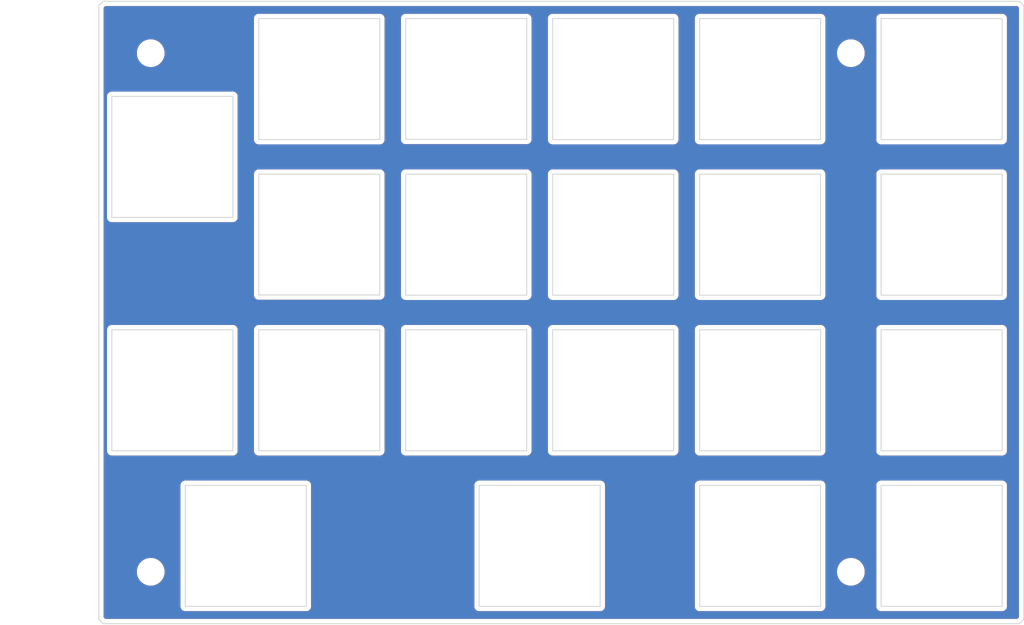
<source format=kicad_pcb>
(kicad_pcb (version 20171130) (host pcbnew "(5.1.5)-3")

  (general
    (thickness 1.6)
    (drawings 97)
    (tracks 0)
    (zones 0)
    (modules 6)
    (nets 1)
  )

  (page A4)
  (layers
    (0 F.Cu signal)
    (31 B.Cu signal)
    (32 B.Adhes user)
    (33 F.Adhes user)
    (34 B.Paste user)
    (35 F.Paste user)
    (36 B.SilkS user)
    (37 F.SilkS user)
    (38 B.Mask user)
    (39 F.Mask user)
    (40 Dwgs.User user)
    (41 Cmts.User user)
    (42 Eco1.User user)
    (43 Eco2.User user)
    (44 Edge.Cuts user)
    (45 Margin user)
    (46 B.CrtYd user)
    (47 F.CrtYd user)
    (48 B.Fab user)
    (49 F.Fab user)
  )

  (setup
    (last_trace_width 0.25)
    (user_trace_width 0.5)
    (trace_clearance 0.2)
    (zone_clearance 0.508)
    (zone_45_only no)
    (trace_min 0.2)
    (via_size 0.8)
    (via_drill 0.4)
    (via_min_size 0.4)
    (via_min_drill 0.3)
    (uvia_size 0.3)
    (uvia_drill 0.1)
    (uvias_allowed no)
    (uvia_min_size 0.2)
    (uvia_min_drill 0.1)
    (edge_width 0.1)
    (segment_width 0.2)
    (pcb_text_width 0.3)
    (pcb_text_size 1.5 1.5)
    (mod_edge_width 0.15)
    (mod_text_size 1 1)
    (mod_text_width 0.15)
    (pad_size 5 5)
    (pad_drill 4.8)
    (pad_to_mask_clearance 0)
    (solder_mask_min_width 0.25)
    (aux_axis_origin 0 0)
    (visible_elements 7FFFFFFF)
    (pcbplotparams
      (layerselection 0x010f0_ffffffff)
      (usegerberextensions true)
      (usegerberattributes false)
      (usegerberadvancedattributes false)
      (creategerberjobfile false)
      (excludeedgelayer true)
      (linewidth 0.100000)
      (plotframeref false)
      (viasonmask false)
      (mode 1)
      (useauxorigin false)
      (hpglpennumber 1)
      (hpglpenspeed 20)
      (hpglpendiameter 15.000000)
      (psnegative false)
      (psa4output false)
      (plotreference true)
      (plotvalue true)
      (plotinvisibletext false)
      (padsonsilk false)
      (subtractmaskfromsilk false)
      (outputformat 1)
      (mirror false)
      (drillshape 0)
      (scaleselection 1)
      (outputdirectory "../../GerberFile/Top/Normal/"))
  )

  (net 0 "")

  (net_class Default "これはデフォルトのネット クラスです。"
    (clearance 0.2)
    (trace_width 0.25)
    (via_dia 0.8)
    (via_drill 0.4)
    (uvia_dia 0.3)
    (uvia_drill 0.1)
  )

  (module Mounting_Holes:MountingHole_2.2mm_M2 (layer F.Cu) (tedit 5C60692D) (tstamp 5C6068B5)
    (at 150 64)
    (descr "Mounting Hole 2.2mm, no annular, M2")
    (tags "mounting hole 2.2mm no annular m2")
    (attr virtual)
    (fp_text reference REF** (at 0 -3.2) (layer F.SilkS) hide
      (effects (font (size 1 1) (thickness 0.15)))
    )
    (fp_text value MountingHole_2.2mm_M2 (at 0 3.2) (layer F.Fab)
      (effects (font (size 1 1) (thickness 0.15)))
    )
    (fp_text user %R (at 0.3 0) (layer F.Fab)
      (effects (font (size 1 1) (thickness 0.15)))
    )
    (fp_circle (center 0 0) (end 2.2 0) (layer Cmts.User) (width 0.15))
    (fp_circle (center 0 0) (end 2.45 0) (layer F.CrtYd) (width 0.05))
    (pad 1 np_thru_hole circle (at 0 0) (size 2.2 2.2) (drill 2.2) (layers *.Cu *.Mask))
  )

  (module Mounting_Holes:MountingHole_2.2mm_M2 (layer F.Cu) (tedit 5C606934) (tstamp 5C6068D3)
    (at 150 124)
    (descr "Mounting Hole 2.2mm, no annular, M2")
    (tags "mounting hole 2.2mm no annular m2")
    (attr virtual)
    (fp_text reference REF** (at 0 -3.2) (layer F.SilkS) hide
      (effects (font (size 1 1) (thickness 0.15)))
    )
    (fp_text value MountingHole_2.2mm_M2 (at 0 3.2) (layer F.Fab)
      (effects (font (size 1 1) (thickness 0.15)))
    )
    (fp_text user %R (at 0.3 0) (layer F.Fab)
      (effects (font (size 1 1) (thickness 0.15)))
    )
    (fp_circle (center 0 0) (end 2.2 0) (layer Cmts.User) (width 0.15))
    (fp_circle (center 0 0) (end 2.45 0) (layer F.CrtYd) (width 0.05))
    (pad 1 np_thru_hole circle (at 0 0) (size 2.2 2.2) (drill 2.2) (layers *.Cu *.Mask))
  )

  (module Mounting_Holes:MountingHole_2.2mm_M2 (layer F.Cu) (tedit 5C606939) (tstamp 5C60690C)
    (at 69 124)
    (descr "Mounting Hole 2.2mm, no annular, M2")
    (tags "mounting hole 2.2mm no annular m2")
    (attr virtual)
    (fp_text reference REF** (at 0 -3.2) (layer F.SilkS) hide
      (effects (font (size 1 1) (thickness 0.15)))
    )
    (fp_text value MountingHole_2.2mm_M2 (at 0 3.2) (layer F.Fab)
      (effects (font (size 1 1) (thickness 0.15)))
    )
    (fp_text user %R (at 0.3 0) (layer F.Fab)
      (effects (font (size 1 1) (thickness 0.15)))
    )
    (fp_circle (center 0 0) (end 2.2 0) (layer Cmts.User) (width 0.15))
    (fp_circle (center 0 0) (end 2.45 0) (layer F.CrtYd) (width 0.05))
    (pad 1 np_thru_hole circle (at 0 0) (size 2.2 2.2) (drill 2.2) (layers *.Cu *.Mask))
  )

  (module Mounting_Holes:MountingHole_2.2mm_M2 (layer F.Cu) (tedit 5C606940) (tstamp 5C60692A)
    (at 69 64)
    (descr "Mounting Hole 2.2mm, no annular, M2")
    (tags "mounting hole 2.2mm no annular m2")
    (attr virtual)
    (fp_text reference REF** (at 0 -3.2) (layer F.SilkS) hide
      (effects (font (size 1 1) (thickness 0.15)))
    )
    (fp_text value MountingHole_2.2mm_M2 (at 0 3.2) (layer F.Fab)
      (effects (font (size 1 1) (thickness 0.15)))
    )
    (fp_text user %R (at 0.3 0) (layer F.Fab)
      (effects (font (size 1 1) (thickness 0.15)))
    )
    (fp_circle (center 0 0) (end 2.2 0) (layer Cmts.User) (width 0.15))
    (fp_circle (center 0 0) (end 2.45 0) (layer F.CrtYd) (width 0.05))
    (pad 1 np_thru_hole circle (at 0 0) (size 2.2 2.2) (drill 2.2) (layers *.Cu *.Mask))
  )

  (module logos:Setta_logo (layer F.Cu) (tedit 0) (tstamp 5C62C44B)
    (at 149.85 109.95 270)
    (fp_text reference G*** (at 0 0 270) (layer F.SilkS) hide
      (effects (font (size 1.524 1.524) (thickness 0.3)))
    )
    (fp_text value LOGO (at 0.75 0 270) (layer F.SilkS) hide
      (effects (font (size 1.524 1.524) (thickness 0.3)))
    )
    (fp_poly (pts (xy -2.16685 -0.964265) (xy -2.095191 -0.958431) (xy -2.041428 -0.9478) (xy -2.015517 -0.934721)
      (xy -1.999302 -0.912979) (xy -2.000517 -0.888069) (xy -2.020077 -0.846592) (xy -2.021743 -0.843489)
      (xy -2.055857 -0.780143) (xy -2.184536 -0.781524) (xy -2.25812 -0.785258) (xy -2.3247 -0.793669)
      (xy -2.367643 -0.804244) (xy -2.445529 -0.838889) (xy -2.50346 -0.872937) (xy -2.535518 -0.90259)
      (xy -2.54 -0.914899) (xy -2.523197 -0.931711) (xy -2.477938 -0.945479) (xy -2.411949 -0.95591)
      (xy -2.332954 -0.962713) (xy -2.248679 -0.965595) (xy -2.16685 -0.964265)) (layer F.Mask) (width 0.01))
    (fp_poly (pts (xy -3.155378 -0.845563) (xy -3.136973 -0.83613) (xy -3.126154 -0.823797) (xy -3.102643 -0.773213)
      (xy -3.113515 -0.733395) (xy -3.158385 -0.704723) (xy -3.236869 -0.687578) (xy -3.266603 -0.684762)
      (xy -3.338546 -0.681936) (xy -3.392367 -0.68846) (xy -3.445736 -0.707721) (xy -3.484317 -0.726509)
      (xy -3.583214 -0.776967) (xy -3.533019 -0.796364) (xy -3.492587 -0.807254) (xy -3.427549 -0.819745)
      (xy -3.349396 -0.831734) (xy -3.316352 -0.836002) (xy -3.237227 -0.844996) (xy -3.186182 -0.84835)
      (xy -3.155378 -0.845563)) (layer F.Mask) (width 0.01))
    (fp_poly (pts (xy -3.148888 -0.517493) (xy -3.138714 -0.498929) (xy -3.153237 -0.474876) (xy -3.165929 -0.471715)
      (xy -3.190196 -0.45951) (xy -3.193421 -0.449036) (xy -3.201756 -0.415701) (xy -3.229867 -0.390827)
      (xy -3.283844 -0.370616) (xy -3.340657 -0.357127) (xy -3.45945 -0.332226) (xy -3.58214 -0.394079)
      (xy -3.639533 -0.424319) (xy -3.680511 -0.448439) (xy -3.697715 -0.462037) (xy -3.697633 -0.463129)
      (xy -3.677592 -0.468186) (xy -3.629486 -0.476024) (xy -3.561338 -0.485651) (xy -3.481173 -0.496071)
      (xy -3.397013 -0.50629) (xy -3.316883 -0.515313) (xy -3.248806 -0.522147) (xy -3.200806 -0.525797)
      (xy -3.189149 -0.526143) (xy -3.148888 -0.517493)) (layer F.Mask) (width 0.01))
    (fp_poly (pts (xy -2.472416 -0.499306) (xy -2.449419 -0.489929) (xy -2.406861 -0.481163) (xy -2.337104 -0.483295)
      (xy -2.303174 -0.48724) (xy -2.205226 -0.493193) (xy -2.112949 -0.485463) (xy -2.036623 -0.465609)
      (xy -1.991472 -0.439935) (xy -1.971849 -0.401705) (xy -1.973175 -0.353021) (xy -1.993913 -0.311908)
      (xy -2.003044 -0.304171) (xy -2.048071 -0.291127) (xy -2.117433 -0.291243) (xy -2.20213 -0.30335)
      (xy -2.293162 -0.326274) (xy -2.363046 -0.351022) (xy -2.434454 -0.3818) (xy -2.477549 -0.405649)
      (xy -2.498536 -0.42683) (xy -2.503653 -0.447524) (xy -2.512948 -0.482875) (xy -2.526393 -0.495985)
      (xy -2.531977 -0.503895) (xy -2.516129 -0.506568) (xy -2.472416 -0.499306)) (layer F.Mask) (width 0.01))
    (fp_poly (pts (xy -2.249371 -2.024005) (xy -2.1644 -2.017743) (xy -2.092237 -2.007849) (xy -2.040056 -1.994554)
      (xy -2.015031 -1.97809) (xy -2.013857 -1.973376) (xy -2.021293 -1.952627) (xy -2.046469 -1.918278)
      (xy -2.090964 -1.867414) (xy -2.114992 -1.835441) (xy -2.122714 -1.816639) (xy -2.139628 -1.808463)
      (xy -2.186141 -1.79666) (xy -2.25591 -1.782582) (xy -2.342591 -1.767582) (xy -2.38125 -1.761525)
      (xy -2.477894 -1.746687) (xy -2.565064 -1.733048) (xy -2.634807 -1.72187) (xy -2.679171 -1.714418)
      (xy -2.686721 -1.713023) (xy -2.708981 -1.70729) (xy -2.722731 -1.695785) (xy -2.729952 -1.671107)
      (xy -2.732624 -1.625854) (xy -2.732728 -1.552627) (xy -2.73266 -1.541351) (xy -2.73101 -1.469631)
      (xy -2.727429 -1.41409) (xy -2.722551 -1.382844) (xy -2.719951 -1.378858) (xy -2.696726 -1.381985)
      (xy -2.650404 -1.389967) (xy -2.618152 -1.395942) (xy -2.494857 -1.415571) (xy -2.342553 -1.433715)
      (xy -2.168505 -1.449778) (xy -1.97998 -1.463163) (xy -1.784243 -1.473274) (xy -1.604325 -1.479165)
      (xy -1.194545 -1.488613) (xy -0.990249 -1.379638) (xy -0.90344 -1.332405) (xy -0.843019 -1.296434)
      (xy -0.802801 -1.266994) (xy -0.776602 -1.239354) (xy -0.75824 -1.208782) (xy -0.753351 -1.198365)
      (xy -0.73404 -1.151146) (xy -0.730764 -1.120884) (xy -0.743197 -1.092146) (xy -0.750864 -1.080105)
      (xy -0.780983 -1.047178) (xy -0.80908 -1.034143) (xy -0.838432 -1.02542) (xy -0.885964 -1.003635)
      (xy -0.939348 -0.975369) (xy -0.986254 -0.9472) (xy -1.014353 -0.925709) (xy -1.016 -0.923724)
      (xy -1.039378 -0.911402) (xy -1.087903 -0.895895) (xy -1.150889 -0.879744) (xy -1.217653 -0.86549)
      (xy -1.277509 -0.855673) (xy -1.314607 -0.852715) (xy -1.373149 -0.8601) (xy -1.434963 -0.878067)
      (xy -1.439559 -0.879929) (xy -1.495891 -0.898233) (xy -1.547527 -0.907011) (xy -1.552573 -0.907143)
      (xy -1.585971 -0.911767) (xy -1.59078 -0.92985) (xy -1.587672 -0.938893) (xy -1.577122 -0.977691)
      (xy -1.566276 -1.037232) (xy -1.556527 -1.106302) (xy -1.549268 -1.173685) (xy -1.545891 -1.228164)
      (xy -1.547789 -1.258523) (xy -1.547937 -1.25893) (xy -1.563007 -1.276853) (xy -1.594865 -1.288661)
      (xy -1.647763 -1.294682) (xy -1.725953 -1.295246) (xy -1.833685 -1.290685) (xy -1.902259 -1.286432)
      (xy -2.17984 -1.259803) (xy -2.437945 -1.218644) (xy -2.589081 -1.185212) (xy -2.701663 -1.15714)
      (xy -2.7109 -1.082034) (xy -2.718079 -1.020329) (xy -2.726432 -0.943867) (xy -2.731201 -0.898072)
      (xy -2.73783 -0.843908) (xy -2.749229 -0.762377) (xy -2.764155 -0.661894) (xy -2.781365 -0.550875)
      (xy -2.795347 -0.463784) (xy -2.812306 -0.359038) (xy -2.827023 -0.266654) (xy -2.838567 -0.192601)
      (xy -2.846008 -0.142843) (xy -2.848429 -0.123606) (xy -2.860595 -0.109833) (xy -2.893803 -0.121167)
      (xy -2.901991 -0.126081) (xy -2.931351 -0.136484) (xy -2.94135 -0.134708) (xy -2.954386 -0.144822)
      (xy -2.971106 -0.179871) (xy -2.976331 -0.194869) (xy -2.995081 -0.244943) (xy -3.013335 -0.281529)
      (xy -3.016378 -0.285844) (xy -3.02548 -0.320365) (xy -3.024254 -0.383778) (xy -3.013142 -0.470324)
      (xy -2.995228 -0.562429) (xy -2.989526 -0.6078) (xy -2.98661 -0.673537) (xy -2.986193 -0.751715)
      (xy -2.987992 -0.834411) (xy -2.99172 -0.9137) (xy -2.997093 -0.981659) (xy -3.003825 -1.030364)
      (xy -3.01163 -1.051891) (xy -3.012862 -1.052286) (xy -3.035277 -1.047882) (xy -3.084426 -1.03603)
      (xy -3.152021 -1.018774) (xy -3.199015 -1.006402) (xy -3.371407 -0.960518) (xy -3.438314 -1.005922)
      (xy -3.517762 -1.049707) (xy -3.588342 -1.063206) (xy -3.660002 -1.047159) (xy -3.704056 -1.025685)
      (xy -3.780144 -0.975224) (xy -3.823753 -0.924069) (xy -3.83825 -0.865877) (xy -3.827 -0.794303)
      (xy -3.82693 -0.794058) (xy -3.820561 -0.744689) (xy -3.830376 -0.685292) (xy -3.845858 -0.636096)
      (xy -3.868116 -0.567605) (xy -3.893759 -0.481468) (xy -3.917565 -0.39529) (xy -3.919519 -0.387824)
      (xy -3.941628 -0.310323) (xy -3.961375 -0.261133) (xy -3.982407 -0.232778) (xy -4.00104 -0.22077)
      (xy -4.025214 -0.213146) (xy -4.047872 -0.218323) (xy -4.076402 -0.240924) (xy -4.118193 -0.285577)
      (xy -4.135016 -0.304644) (xy -4.207507 -0.400692) (xy -4.247127 -0.487951) (xy -4.254945 -0.570453)
      (xy -4.232035 -0.652234) (xy -4.229032 -0.658608) (xy -4.194988 -0.764535) (xy -4.192721 -0.870408)
      (xy -4.221932 -0.968429) (xy -4.242341 -1.00366) (xy -4.28308 -1.064848) (xy -4.303113 -1.099746)
      (xy -4.302482 -1.111835) (xy -4.281231 -1.104594) (xy -4.243313 -1.083742) (xy -4.182793 -1.053706)
      (xy -4.10578 -1.021553) (xy -4.041513 -0.998501) (xy -3.919241 -0.958741) (xy -3.785928 -1.069014)
      (xy -3.72315 -1.120182) (xy -3.678456 -1.152419) (xy -3.642114 -1.170098) (xy -3.604395 -1.177589)
      (xy -3.555568 -1.179264) (xy -3.540472 -1.179286) (xy -3.457178 -1.185715) (xy -3.357765 -1.20607)
      (xy -3.234516 -1.241951) (xy -3.227485 -1.244215) (xy -3.141491 -1.272579) (xy -3.084737 -1.293441)
      (xy -3.051735 -1.30981) (xy -3.036994 -1.324696) (xy -3.035027 -1.341107) (xy -3.036607 -1.348852)
      (xy -3.04595 -1.388887) (xy -3.059054 -1.448288) (xy -3.067548 -1.48803) (xy -3.086015 -1.561612)
      (xy -3.106488 -1.605775) (xy -3.133856 -1.627272) (xy -3.172395 -1.632858) (xy -3.214708 -1.640648)
      (xy -3.2741 -1.661267) (xy -3.342288 -1.690585) (xy -3.410991 -1.724474) (xy -3.471928 -1.758804)
      (xy -3.516817 -1.789447) (xy -3.537377 -1.812274) (xy -3.537857 -1.815067) (xy -3.520918 -1.836315)
      (xy -3.474659 -1.858899) (xy -3.405919 -1.881121) (xy -3.321538 -1.901283) (xy -3.228355 -1.917686)
      (xy -3.133208 -1.928633) (xy -3.066143 -1.932209) (xy -2.92845 -1.937946) (xy -2.808522 -1.948322)
      (xy -2.711441 -1.962653) (xy -2.64229 -1.980258) (xy -2.61531 -1.992751) (xy -2.573889 -2.008113)
      (xy -2.509411 -2.018689) (xy -2.42905 -2.024709) (xy -2.339979 -2.026404) (xy -2.249371 -2.024005)) (layer F.Mask) (width 0.01))
    (fp_poly (pts (xy 1.108814 0.369745) (xy 1.176265 0.386805) (xy 1.190419 0.391823) (xy 1.240923 0.41584)
      (xy 1.269218 0.447137) (xy 1.288232 0.499246) (xy 1.300693 0.566362) (xy 1.292115 0.604849)
      (xy 1.261997 0.614862) (xy 1.209837 0.596552) (xy 1.135135 0.550072) (xy 1.131014 0.547163)
      (xy 1.075673 0.501704) (xy 1.029811 0.453097) (xy 1.008843 0.421821) (xy 0.980301 0.362857)
      (xy 1.047437 0.362857) (xy 1.108814 0.369745)) (layer F.Mask) (width 0.01))
    (fp_poly (pts (xy 0.800276 0.518789) (xy 0.880119 0.544766) (xy 0.892013 0.549908) (xy 0.9632 0.588393)
      (xy 1.015291 0.637099) (xy 1.04875 0.683919) (xy 1.087434 0.74978) (xy 1.103993 0.795553)
      (xy 1.100041 0.828592) (xy 1.084943 0.849085) (xy 1.065135 0.864448) (xy 1.042252 0.867719)
      (xy 1.008926 0.856844) (xy 0.957789 0.829771) (xy 0.906073 0.799256) (xy 0.832455 0.750358)
      (xy 0.78185 0.703148) (xy 0.743149 0.646965) (xy 0.738252 0.63815) (xy 0.711557 0.587514)
      (xy 0.693824 0.550826) (xy 0.689428 0.538736) (xy 0.704952 0.528417) (xy 0.741333 0.517625)
      (xy 0.800276 0.518789)) (layer F.Mask) (width 0.01))
    (fp_poly (pts (xy 0.250209 0.661731) (xy 0.294747 0.681319) (xy 0.330705 0.69819) (xy 0.400373 0.727791)
      (xy 0.471741 0.753218) (xy 0.504492 0.762667) (xy 0.595925 0.803317) (xy 0.680043 0.875916)
      (xy 0.752277 0.976232) (xy 0.769456 1.008126) (xy 0.797587 1.066689) (xy 0.810014 1.104346)
      (xy 0.808694 1.131891) (xy 0.796671 1.158197) (xy 0.772208 1.192883) (xy 0.752928 1.208458)
      (xy 0.73026 1.201177) (xy 0.686732 1.177488) (xy 0.630948 1.142165) (xy 0.619418 1.134358)
      (xy 0.557483 1.08726) (xy 0.503587 1.037999) (xy 0.468868 0.996812) (xy 0.467669 0.994873)
      (xy 0.437677 0.952863) (xy 0.39099 0.896077) (xy 0.33661 0.835353) (xy 0.324501 0.822534)
      (xy 0.275642 0.768161) (xy 0.238532 0.72075) (xy 0.21918 0.688216) (xy 0.217714 0.681927)
      (xy 0.218917 0.663074) (xy 0.227341 0.655996) (xy 0.250209 0.661731)) (layer F.Mask) (width 0.01))
    (fp_poly (pts (xy 2.818518 -1.896564) (xy 2.860648 -1.874826) (xy 2.897116 -1.854311) (xy 2.962872 -1.817383)
      (xy 3.029811 -1.781635) (xy 3.056416 -1.768132) (xy 3.09587 -1.74401) (xy 3.12579 -1.712466)
      (xy 3.147285 -1.668721) (xy 3.161464 -1.607996) (xy 3.169436 -1.525513) (xy 3.172309 -1.416493)
      (xy 3.171191 -1.276157) (xy 3.171146 -1.273581) (xy 3.169569 -1.162889) (xy 3.169598 -1.083696)
      (xy 3.171599 -1.031238) (xy 3.175937 -1.000749) (xy 3.182977 -0.987465) (xy 3.193084 -0.986619)
      (xy 3.193143 -0.986638) (xy 3.226708 -0.99845) (xy 3.276981 -1.01705) (xy 3.292928 -1.023083)
      (xy 3.339952 -1.035182) (xy 3.403814 -1.044184) (xy 3.475632 -1.049822) (xy 3.546523 -1.051834)
      (xy 3.607605 -1.049955) (xy 3.649993 -1.043921) (xy 3.664857 -1.034143) (xy 3.679552 -1.018047)
      (xy 3.692071 -1.016001) (xy 3.715387 -1.002538) (xy 3.715225 -0.963928) (xy 3.698536 -0.917738)
      (xy 3.683525 -0.896876) (xy 3.654487 -0.874784) (xy 3.606563 -0.84889) (xy 3.534894 -0.816619)
      (xy 3.434621 -0.775399) (xy 3.415039 -0.767578) (xy 3.152292 -0.662959) (xy 3.162958 -0.544658)
      (xy 3.175163 -0.458232) (xy 3.197707 -0.345714) (xy 3.228607 -0.215141) (xy 3.265877 -0.074549)
      (xy 3.307533 0.068023) (xy 3.337773 0.163285) (xy 3.386715 0.296636) (xy 3.446016 0.433518)
      (xy 3.5127 0.568991) (xy 3.583794 0.698118) (xy 3.656321 0.81596) (xy 3.727308 0.917578)
      (xy 3.793778 0.998034) (xy 3.852759 1.052391) (xy 3.88452 1.070925) (xy 3.935907 1.101852)
      (xy 4.001602 1.155678) (xy 4.075079 1.225593) (xy 4.149811 1.304788) (xy 4.219271 1.386455)
      (xy 4.276933 1.463784) (xy 4.306449 1.511091) (xy 4.338266 1.57177) (xy 4.360509 1.621018)
      (xy 4.369195 1.649829) (xy 4.368938 1.6524) (xy 4.351162 1.65411) (xy 4.310311 1.641234)
      (xy 4.255169 1.616553) (xy 4.254266 1.616101) (xy 4.18525 1.576574) (xy 4.094538 1.517085)
      (xy 3.987712 1.441601) (xy 3.870351 1.35409) (xy 3.748036 1.258521) (xy 3.722562 1.238057)
      (xy 3.640576 1.159141) (xy 3.552432 1.051912) (xy 3.462235 0.92286) (xy 3.374091 0.778477)
      (xy 3.292105 0.625252) (xy 3.220382 0.469677) (xy 3.192061 0.399356) (xy 3.151146 0.29211)
      (xy 3.121463 0.216208) (xy 3.10054 0.169392) (xy 3.085907 0.149406) (xy 3.075093 0.153995)
      (xy 3.065629 0.180902) (xy 3.055042 0.227871) (xy 3.046714 0.266613) (xy 3.029338 0.339956)
      (xy 3.012194 0.402694) (xy 2.99835 0.443842) (xy 2.995559 0.449858) (xy 2.981595 0.484189)
      (xy 2.962532 0.541445) (xy 2.94242 0.609435) (xy 2.941804 0.611655) (xy 2.906544 0.738894)
      (xy 2.963665 0.766241) (xy 3.00574 0.792216) (xy 3.062295 0.835041) (xy 3.127402 0.88926)
      (xy 3.195136 0.949421) (xy 3.259571 1.01007) (xy 3.314779 1.065752) (xy 3.354835 1.111014)
      (xy 3.373811 1.140402) (xy 3.374571 1.144391) (xy 3.362296 1.183261) (xy 3.339933 1.213923)
      (xy 3.311035 1.252495) (xy 3.298903 1.281751) (xy 3.287857 1.310002) (xy 3.26711 1.319442)
      (xy 3.233803 1.308487) (xy 3.185074 1.275552) (xy 3.118064 1.219052) (xy 3.029912 1.137403)
      (xy 3.018218 1.12626) (xy 2.945734 1.058139) (xy 2.881576 0.999904) (xy 2.83061 0.955809)
      (xy 2.797701 0.930112) (xy 2.788441 0.925285) (xy 2.765347 0.936237) (xy 2.724541 0.964748)
      (xy 2.681787 0.998926) (xy 2.601917 1.061637) (xy 2.536789 1.100679) (xy 2.477921 1.120259)
      (xy 2.428091 1.124745) (xy 2.365528 1.122589) (xy 2.332541 1.11292) (xy 2.328268 1.091328)
      (xy 2.351852 1.053403) (xy 2.402433 0.994735) (xy 2.402706 0.994434) (xy 2.462779 0.919969)
      (xy 2.523178 0.83212) (xy 2.56755 0.755915) (xy 2.609317 0.67731) (xy 2.65479 0.596146)
      (xy 2.69413 0.529983) (xy 2.694159 0.529936) (xy 2.729436 0.462605) (xy 2.764514 0.377937)
      (xy 2.791864 0.294134) (xy 2.792101 0.293256) (xy 2.812708 0.198139) (xy 2.83138 0.076782)
      (xy 2.847063 -0.060782) (xy 2.858703 -0.204517) (xy 2.865246 -0.344391) (xy 2.866284 -0.412751)
      (xy 2.866571 -0.544286) (xy 2.792807 -0.544286) (xy 2.725642 -0.550613) (xy 2.666358 -0.573355)
      (xy 2.601518 -0.618152) (xy 2.585357 -0.631374) (xy 2.530781 -0.669849) (xy 2.472799 -0.701116)
      (xy 2.469857 -0.702374) (xy 2.408786 -0.727962) (xy 2.451715 -0.77392) (xy 2.50673 -0.822232)
      (xy 2.570542 -0.854274) (xy 2.653171 -0.873992) (xy 2.727554 -0.882574) (xy 2.861763 -0.893919)
      (xy 2.871375 -1.047979) (xy 2.87256 -1.121761) (xy 2.868754 -1.209761) (xy 2.860922 -1.304415)
      (xy 2.850029 -1.39816) (xy 2.83704 -1.483431) (xy 2.822921 -1.552665) (xy 2.808637 -1.598297)
      (xy 2.799413 -1.611928) (xy 2.791624 -1.633246) (xy 2.786246 -1.678659) (xy 2.783369 -1.737802)
      (xy 2.78308 -1.800309) (xy 2.785467 -1.855815) (xy 2.79062 -1.893955) (xy 2.796915 -1.905001)
      (xy 2.818518 -1.896564)) (layer F.Mask) (width 0.01))
    (fp_poly (pts (xy 2.122714 -1.731844) (xy 1.739924 -1.54147) (xy 1.750786 -1.3335) (xy 2.059214 -1.33347)
      (xy 2.059214 -1.269985) (xy 2.057833 -1.238806) (xy 2.049242 -1.216679) (xy 2.026771 -1.198066)
      (xy 1.983747 -1.177424) (xy 1.914071 -1.149438) (xy 1.768928 -1.092376) (xy 1.754205 -0.988781)
      (xy 1.747596 -0.931472) (xy 1.745729 -0.890377) (xy 1.747911 -0.876756) (xy 1.768801 -0.871452)
      (xy 1.816388 -0.865098) (xy 1.881154 -0.85892) (xy 1.894171 -0.857901) (xy 1.963854 -0.852068)
      (xy 2.004908 -0.845451) (xy 2.024905 -0.834749) (xy 2.031415 -0.816656) (xy 2.032 -0.797754)
      (xy 2.021929 -0.756025) (xy 1.988806 -0.721233) (xy 1.92827 -0.690338) (xy 1.835958 -0.660299)
      (xy 1.834018 -0.659758) (xy 1.773669 -0.64168) (xy 1.739621 -0.625228) (xy 1.722956 -0.60329)
      (xy 1.714758 -0.568756) (xy 1.714019 -0.564068) (xy 1.704655 -0.503946) (xy 1.696164 -0.449751)
      (xy 1.696051 -0.449036) (xy 1.694988 -0.412919) (xy 1.713258 -0.400188) (xy 1.731584 -0.399143)
      (xy 1.767611 -0.406581) (xy 1.781721 -0.419378) (xy 1.798478 -0.427692) (xy 1.842086 -0.425427)
      (xy 1.916073 -0.412338) (xy 1.932911 -0.408808) (xy 2.035078 -0.386395) (xy 2.107193 -0.368305)
      (xy 2.154852 -0.352097) (xy 2.183652 -0.335327) (xy 2.199191 -0.315554) (xy 2.207065 -0.290335)
      (xy 2.207325 -0.289056) (xy 2.213086 -0.259251) (xy 2.214554 -0.235378) (xy 2.209171 -0.209916)
      (xy 2.194378 -0.175341) (xy 2.16762 -0.124132) (xy 2.126337 -0.048766) (xy 2.124466 -0.045358)
      (xy 2.083222 0.033802) (xy 2.046718 0.111121) (xy 2.020292 0.174963) (xy 2.012137 0.199571)
      (xy 1.993697 0.254989) (xy 1.974037 0.298186) (xy 1.967293 0.308428) (xy 1.949523 0.34228)
      (xy 1.924408 0.407706) (xy 1.893121 0.501009) (xy 1.856834 0.61849) (xy 1.816719 0.756454)
      (xy 1.773947 0.911201) (xy 1.761535 0.957486) (xy 1.723488 1.091843) (xy 1.68143 1.225886)
      (xy 1.637171 1.355097) (xy 1.592523 1.474961) (xy 1.549299 1.580959) (xy 1.509311 1.668575)
      (xy 1.474371 1.733292) (xy 1.44629 1.770593) (xy 1.43238 1.777999) (xy 1.414853 1.76279)
      (xy 1.391729 1.724279) (xy 1.380839 1.700892) (xy 1.357601 1.644331) (xy 1.339072 1.595329)
      (xy 1.335023 1.583337) (xy 1.310812 1.546058) (xy 1.27011 1.512116) (xy 1.268896 1.51139)
      (xy 1.232966 1.487047) (xy 1.215813 1.469294) (xy 1.215571 1.46802) (xy 1.231821 1.458554)
      (xy 1.274045 1.445945) (xy 1.322584 1.435096) (xy 1.429596 1.414042) (xy 1.52132 1.137914)
      (xy 1.630199 0.756188) (xy 1.707055 0.361837) (xy 1.730841 0.184479) (xy 1.742818 0.069025)
      (xy 1.747752 -0.014421) (xy 1.745499 -0.069473) (xy 1.735914 -0.099746) (xy 1.71917 -0.108858)
      (xy 1.69525 -0.101951) (xy 1.647067 -0.083354) (xy 1.581801 -0.056255) (xy 1.506631 -0.023838)
      (xy 1.428736 0.01071) (xy 1.355297 0.044203) (xy 1.293492 0.073454) (xy 1.250502 0.095277)
      (xy 1.233505 0.106487) (xy 1.233466 0.106693) (xy 1.229039 0.131343) (xy 1.222279 0.15875)
      (xy 1.220302 0.190247) (xy 1.242085 0.199537) (xy 1.245205 0.199585) (xy 1.278229 0.207078)
      (xy 1.331837 0.226676) (xy 1.392464 0.253243) (xy 1.453027 0.283548) (xy 1.487267 0.306985)
      (xy 1.502454 0.330407) (xy 1.505857 0.360145) (xy 1.497154 0.409426) (xy 1.470644 0.42923)
      (xy 1.425724 0.419406) (xy 1.361791 0.379806) (xy 1.278242 0.31028) (xy 1.268518 0.301431)
      (xy 1.206184 0.244749) (xy 1.14258 0.187601) (xy 1.094638 0.145142) (xy 1.036241 0.079637)
      (xy 0.983917 -0.005135) (xy 0.971706 -0.030574) (xy 0.921386 -0.142791) (xy 0.955086 -0.230146)
      (xy 0.964753 -0.259474) (xy 1.254053 -0.259474) (xy 1.260674 -0.228272) (xy 1.283392 -0.217567)
      (xy 1.327492 -0.225564) (xy 1.398259 -0.250473) (xy 1.418963 -0.258444) (xy 1.473787 -0.281837)
      (xy 1.511793 -0.302134) (xy 1.524 -0.313595) (xy 1.516378 -0.337369) (xy 1.497222 -0.380012)
      (xy 1.487849 -0.398879) (xy 1.4676 -0.448505) (xy 1.466625 -0.477561) (xy 1.469706 -0.48087)
      (xy 1.484504 -0.506225) (xy 1.487714 -0.529533) (xy 1.483905 -0.552674) (xy 1.465984 -0.560677)
      (xy 1.424214 -0.556868) (xy 1.41287 -0.555099) (xy 1.337183 -0.538105) (xy 1.292121 -0.514299)
      (xy 1.272149 -0.479903) (xy 1.269842 -0.457469) (xy 1.267561 -0.410364) (xy 1.261945 -0.346355)
      (xy 1.258244 -0.312965) (xy 1.254053 -0.259474) (xy 0.964753 -0.259474) (xy 0.968189 -0.269895)
      (xy 0.977444 -0.3148) (xy 0.983434 -0.371714) (xy 0.98674 -0.44749) (xy 0.987944 -0.54898)
      (xy 0.987926 -0.616858) (xy 0.98737 -0.728265) (xy 0.98567 -0.811883) (xy 0.98167 -0.876207)
      (xy 0.974216 -0.929732) (xy 0.962153 -0.980954) (xy 0.944325 -1.038369) (xy 0.92163 -1.104568)
      (xy 0.909296 -1.138634) (xy 1.053887 -1.138634) (xy 1.075352 -1.089476) (xy 1.11847 -1.031324)
      (xy 1.181381 -0.944548) (xy 1.226616 -0.857794) (xy 1.249553 -0.780579) (xy 1.251459 -0.757465)
      (xy 1.253322 -0.72919) (xy 1.262872 -0.713924) (xy 1.286884 -0.710848) (xy 1.332137 -0.719143)
      (xy 1.405407 -0.737988) (xy 1.407629 -0.73858) (xy 1.524 -0.769589) (xy 1.524 -0.903982)
      (xy 1.523485 -0.972429) (xy 1.520387 -1.011456) (xy 1.51238 -1.02793) (xy 1.497135 -1.028716)
      (xy 1.483178 -1.024388) (xy 1.444781 -1.016283) (xy 1.383438 -1.008506) (xy 1.312786 -1.002764)
      (xy 1.183214 -0.995128) (xy 1.135893 -1.05717) (xy 1.101741 -1.10464) (xy 1.091907 -1.128539)
      (xy 1.106856 -1.132642) (xy 1.143859 -1.12184) (xy 1.178069 -1.11391) (xy 1.21615 -1.116083)
      (xy 1.268109 -1.130065) (xy 1.336022 -1.154533) (xy 1.40256 -1.182785) (xy 1.456081 -1.211032)
      (xy 1.487018 -1.234078) (xy 1.48996 -1.238145) (xy 1.494908 -1.27085) (xy 1.480818 -1.321677)
      (xy 1.461082 -1.366895) (xy 1.436139 -1.424103) (xy 1.419456 -1.470958) (xy 1.415143 -1.4918)
      (xy 1.398844 -1.519534) (xy 1.357315 -1.542417) (xy 1.301611 -1.556048) (xy 1.251267 -1.55706)
      (xy 1.187426 -1.534575) (xy 1.143464 -1.482701) (xy 1.120498 -1.403107) (xy 1.117279 -1.356849)
      (xy 1.119189 -1.293476) (xy 1.125724 -1.239405) (xy 1.130615 -1.220108) (xy 1.136661 -1.190146)
      (xy 1.118218 -1.180029) (xy 1.098865 -1.179286) (xy 1.061676 -1.168939) (xy 1.053887 -1.138634)
      (xy 0.909296 -1.138634) (xy 0.893634 -1.181891) (xy 0.868289 -1.246001) (xy 0.848711 -1.289364)
      (xy 0.839164 -1.30414) (xy 0.825022 -1.325841) (xy 0.805906 -1.37001) (xy 0.785456 -1.425875)
      (xy 0.767312 -1.482667) (xy 0.755116 -1.529614) (xy 0.752508 -1.555946) (xy 0.753435 -1.557769)
      (xy 0.770128 -1.551149) (xy 0.804079 -1.524525) (xy 0.840174 -1.491119) (xy 0.88703 -1.450148)
      (xy 0.928359 -1.422564) (xy 0.949737 -1.415143) (xy 0.978143 -1.427016) (xy 1.022662 -1.45826)
      (xy 1.074028 -1.50231) (xy 1.077803 -1.505858) (xy 1.129051 -1.550549) (xy 1.173813 -1.582944)
      (xy 1.202965 -1.596497) (xy 1.204287 -1.596572) (xy 1.236426 -1.610642) (xy 1.245296 -1.623786)
      (xy 1.271761 -1.644387) (xy 1.321772 -1.651001) (xy 1.396171 -1.659966) (xy 1.487136 -1.683802)
      (xy 1.582247 -1.717922) (xy 1.669083 -1.757736) (xy 1.735225 -1.798657) (xy 1.746302 -1.80783)
      (xy 1.781332 -1.837507) (xy 1.811913 -1.855536) (xy 1.84862 -1.864814) (xy 1.902033 -1.86824)
      (xy 1.968552 -1.868715) (xy 2.122714 -1.868715) (xy 2.122714 -1.731844)) (layer F.Mask) (width 0.01))
    (fp_poly (pts (xy -2.04604 -0.023012) (xy -2.003232 -0.017891) (xy -1.942746 -0.004343) (xy -1.860299 0.019104)
      (xy -1.767639 0.04892) (xy -1.692777 0.075457) (xy -1.487714 0.15165) (xy -1.487714 0.219732)
      (xy -1.492502 0.261764) (xy -1.510426 0.296625) (xy -1.546826 0.329147) (xy -1.607043 0.364163)
      (xy -1.691822 0.404432) (xy -1.746047 0.432063) (xy -1.783769 0.45727) (xy -1.796143 0.472917)
      (xy -1.799843 0.519731) (xy -1.810222 0.595891) (xy -1.826197 0.695296) (xy -1.846683 0.811847)
      (xy -1.8706 0.939444) (xy -1.896862 1.071987) (xy -1.924388 1.203376) (xy -1.932223 1.239349)
      (xy -1.963551 1.379539) (xy -1.990308 1.488725) (xy -2.015314 1.57143) (xy -2.04139 1.632174)
      (xy -2.071358 1.675479) (xy -2.108038 1.705865) (xy -2.154252 1.727855) (xy -2.21282 1.74597)
      (xy -2.255117 1.756874) (xy -2.484362 1.8068) (xy -2.713454 1.84039) (xy -2.957804 1.859771)
      (xy -3.020786 1.862557) (xy -3.292929 1.872963) (xy -3.364627 1.77569) (xy -3.41055 1.706629)
      (xy -3.446512 1.639678) (xy -3.468876 1.582932) (xy -3.474002 1.54449) (xy -3.471583 1.537654)
      (xy -3.443678 1.524218) (xy -3.392665 1.526007) (xy -3.327597 1.541437) (xy -3.257523 1.568924)
      (xy -3.2385 1.578428) (xy -3.17684 1.607228) (xy -3.121382 1.626958) (xy -3.089711 1.632857)
      (xy -3.056987 1.629528) (xy -2.9958 1.620328) (xy -2.913281 1.606441) (xy -2.816563 1.589048)
      (xy -2.750533 1.576628) (xy -2.456672 1.5204) (xy -2.405203 1.318093) (xy -2.378635 1.209017)
      (xy -2.354667 1.101931) (xy -2.334421 1.002831) (xy -2.319018 0.917717) (xy -2.309582 0.852587)
      (xy -2.307233 0.81344) (xy -2.309285 0.805238) (xy -2.329376 0.806699) (xy -2.375231 0.818478)
      (xy -2.43858 0.83832) (xy -2.470108 0.849108) (xy -2.548056 0.874335) (xy -2.648502 0.903806)
      (xy -2.75853 0.933869) (xy -2.865222 0.96087) (xy -2.865967 0.96105) (xy -3.004667 0.991299)
      (xy -3.113268 1.007609) (xy -3.195122 1.010098) (xy -3.253583 0.998886) (xy -3.289986 0.976177)
      (xy -3.322435 0.953969) (xy -3.373649 0.928601) (xy -3.397994 0.918626) (xy -3.448573 0.895785)
      (xy -3.47024 0.874707) (xy -3.470814 0.853753) (xy -3.451014 0.828551) (xy -3.403524 0.811972)
      (xy -3.377884 0.807441) (xy -3.332626 0.798937) (xy -3.259858 0.783264) (xy -3.167243 0.762161)
      (xy -3.062448 0.737367) (xy -2.975577 0.716187) (xy -2.862421 0.688849) (xy -2.751363 0.663139)
      (xy -2.651289 0.641035) (xy -2.571089 0.624515) (xy -2.530658 0.617191) (xy -2.442939 0.602843)
      (xy -2.384623 0.591735) (xy -2.349284 0.581383) (xy -2.330494 0.569303) (xy -2.321825 0.553013)
      (xy -2.317795 0.534949) (xy -2.316135 0.481833) (xy -2.324718 0.403163) (xy -2.342455 0.307855)
      (xy -2.349045 0.278846) (xy -2.368219 0.243962) (xy -2.405968 0.231731) (xy -2.465363 0.242199)
      (xy -2.549475 0.275411) (xy -2.563771 0.282054) (xy -2.69897 0.338071) (xy -2.833075 0.379393)
      (xy -2.959379 0.404806) (xy -3.071174 0.413096) (xy -3.161752 0.40305) (xy -3.187389 0.394904)
      (xy -3.250571 0.374846) (xy -3.32319 0.358302) (xy -3.343161 0.354998) (xy -3.414445 0.335791)
      (xy -3.473096 0.304399) (xy -3.479233 0.299418) (xy -3.528786 0.256448) (xy -3.441529 0.217612)
      (xy -3.390081 0.190871) (xy -3.353927 0.164948) (xy -3.344338 0.152888) (xy -3.319992 0.130798)
      (xy -3.301355 0.127) (xy -3.261715 0.11475) (xy -3.2406 0.099294) (xy -3.218435 0.085175)
      (xy -3.182785 0.078731) (xy -3.125222 0.079137) (xy -3.071483 0.082729) (xy -2.997944 0.086104)
      (xy -2.925105 0.083351) (xy -2.842355 0.073452) (xy -2.739081 0.05539) (xy -2.694214 0.046569)
      (xy -2.492543 0.01004) (xy -2.31554 -0.013896) (xy -2.16583 -0.024995) (xy -2.04604 -0.023012)) (layer F.Mask) (width 0.01))
  )

  (module logos:salicylic-acidm (layer F.Cu) (tedit 0) (tstamp 5C62EC36)
    (at 97.45 121.3 270)
    (fp_text reference G*** (at 0 0 270) (layer F.SilkS) hide
      (effects (font (size 1.524 1.524) (thickness 0.3)))
    )
    (fp_text value LOGO (at 0.75 0 270) (layer F.SilkS) hide
      (effects (font (size 1.524 1.524) (thickness 0.3)))
    )
    (fp_poly (pts (xy -3.861721 -0.392175) (xy -3.767278 -0.341197) (xy -3.624791 -0.262399) (xy -3.44167 -0.160005)
      (xy -3.225319 -0.03824) (xy -2.983146 0.09867) (xy -2.722559 0.246501) (xy -2.450964 0.401026)
      (xy -2.175767 0.558021) (xy -1.904377 0.71326) (xy -1.6442 0.862518) (xy -1.402643 1.00157)
      (xy -1.187113 1.12619) (xy -1.005017 1.232154) (xy -0.863762 1.315235) (xy -0.770755 1.371209)
      (xy -0.73384 1.395423) (xy -0.715455 1.430628) (xy -0.722101 1.491152) (xy -0.757006 1.591194)
      (xy -0.802743 1.698599) (xy -0.859373 1.820742) (xy -0.906641 1.911654) (xy -0.936155 1.955494)
      (xy -0.93976 1.957244) (xy -0.974595 1.939296) (xy -1.066284 1.888624) (xy -1.208763 1.808665)
      (xy -1.395967 1.702857) (xy -1.621829 1.574637) (xy -1.880286 1.427444) (xy -2.165272 1.264716)
      (xy -2.470721 1.089889) (xy -2.535559 1.052728) (xy -2.845191 0.87494) (xy -3.135979 0.707428)
      (xy -3.40178 0.553767) (xy -3.636454 0.417534) (xy -3.833859 0.302304) (xy -3.987855 0.211653)
      (xy -4.092299 0.149158) (xy -4.141052 0.118394) (xy -4.143529 0.116414) (xy -4.145069 0.07046)
      (xy -4.119132 -0.017733) (xy -4.074753 -0.128535) (xy -4.020967 -0.242317) (xy -3.966811 -0.339449)
      (xy -3.92132 -0.400299) (xy -3.900714 -0.411105) (xy -3.861721 -0.392175)) (layer F.Mask) (width 0.01))
    (fp_poly (pts (xy -6.749143 5.370286) (xy -6.858 5.370286) (xy -6.934432 5.380796) (xy -6.966849 5.40612)
      (xy -6.966857 5.406571) (xy -6.99716 5.434921) (xy -7.069992 5.444748) (xy -7.158236 5.437933)
      (xy -7.234776 5.416356) (xy -7.271404 5.385461) (xy -7.275671 5.338945) (xy -7.279666 5.226914)
      (xy -7.283308 5.056422) (xy -7.286516 4.834525) (xy -7.289209 4.568279) (xy -7.291306 4.264738)
      (xy -7.292726 3.930959) (xy -7.29339 3.573996) (xy -7.293429 3.462318) (xy -7.293429 1.596572)
      (xy -6.749143 1.596572) (xy -6.749143 5.370286)) (layer F.Mask) (width 0.01))
    (fp_poly (pts (xy -1.004179 4.917529) (xy -0.987013 4.928688) (xy -0.979715 4.937116) (xy -0.911202 5.038451)
      (xy -0.84704 5.155167) (xy -0.797135 5.266196) (xy -0.771393 5.350468) (xy -0.7717 5.379512)
      (xy -0.805717 5.407416) (xy -0.895903 5.468458) (xy -1.036017 5.55874) (xy -1.219819 5.674367)
      (xy -1.441067 5.811441) (xy -1.69352 5.966066) (xy -1.970937 6.134345) (xy -2.236569 6.294112)
      (xy -2.533418 6.472024) (xy -2.81315 6.639814) (xy -3.069193 6.793531) (xy -3.294976 6.929222)
      (xy -3.483929 7.042938) (xy -3.629479 7.130725) (xy -3.725055 7.188634) (xy -3.762457 7.211644)
      (xy -3.814495 7.237984) (xy -3.854039 7.226743) (xy -3.900921 7.167443) (xy -3.928744 7.123813)
      (xy -4.006237 6.983521) (xy -4.058683 6.855521) (xy -4.080669 6.756051) (xy -4.068918 6.70326)
      (xy -4.032191 6.67862) (xy -3.939379 6.620455) (xy -3.796656 6.532529) (xy -3.610197 6.418604)
      (xy -3.386178 6.282441) (xy -3.130774 6.127802) (xy -2.850161 5.958448) (xy -2.550512 5.778143)
      (xy -2.53537 5.769045) (xy -2.190864 5.56223) (xy -1.903137 5.390072) (xy -1.666847 5.249712)
      (xy -1.47665 5.138294) (xy -1.327202 5.05296) (xy -1.213159 4.990852) (xy -1.12918 4.949112)
      (xy -1.069919 4.924884) (xy -1.030033 4.915308) (xy -1.004179 4.917529)) (layer F.Mask) (width 0.01))
    (fp_poly (pts (xy 1.778 -5.624286) (xy 2.612571 -5.624286) (xy 2.612571 -6.422571) (xy 2.939143 -6.422571)
      (xy 2.939143 -4.463143) (xy 2.612571 -4.463143) (xy 2.612571 -5.334) (xy 1.778 -5.334)
      (xy 1.778 -4.463143) (xy 1.415143 -4.463143) (xy 1.415143 -6.422571) (xy 1.778 -6.422571)
      (xy 1.778 -5.624286)) (layer F.Mask) (width 0.01))
    (fp_poly (pts (xy 0.346235 -6.43526) (xy 0.554487 -6.363225) (xy 0.743547 -6.236607) (xy 0.902418 -6.05555)
      (xy 0.963954 -5.950857) (xy 1.005462 -5.82591) (xy 1.033856 -5.654042) (xy 1.047698 -5.459955)
      (xy 1.045549 -5.268355) (xy 1.025972 -5.103946) (xy 1.015758 -5.060995) (xy 0.951303 -4.915904)
      (xy 0.84531 -4.761028) (xy 0.718154 -4.621634) (xy 0.590209 -4.522988) (xy 0.575394 -4.514894)
      (xy 0.466265 -4.478668) (xy 0.315766 -4.453019) (xy 0.153343 -4.440508) (xy 0.008441 -4.443697)
      (xy -0.072807 -4.458508) (xy -0.305655 -4.565019) (xy -0.483561 -4.714816) (xy -0.608392 -4.910807)
      (xy -0.682015 -5.155901) (xy -0.700237 -5.373361) (xy -0.336612 -5.373361) (xy -0.303751 -5.172913)
      (xy -0.234057 -4.99377) (xy -0.128149 -4.85171) (xy -0.036852 -4.784924) (xy 0.121959 -4.725954)
      (xy 0.266443 -4.733231) (xy 0.400886 -4.798909) (xy 0.525869 -4.903745) (xy 0.608195 -5.028476)
      (xy 0.654381 -5.188622) (xy 0.670946 -5.399708) (xy 0.671286 -5.442857) (xy 0.65939 -5.663519)
      (xy 0.619207 -5.8308) (xy 0.543994 -5.960619) (xy 0.427007 -6.068897) (xy 0.397181 -6.089928)
      (xy 0.244047 -6.152996) (xy 0.08031 -6.149346) (xy -0.077498 -6.07957) (xy -0.087351 -6.072619)
      (xy -0.20801 -5.944742) (xy -0.28936 -5.775054) (xy -0.332021 -5.579334) (xy -0.336612 -5.373361)
      (xy -0.700237 -5.373361) (xy -0.706276 -5.445423) (xy -0.703903 -5.609258) (xy -0.69138 -5.728157)
      (xy -0.663044 -5.829617) (xy -0.613229 -5.941133) (xy -0.597898 -5.971566) (xy -0.458687 -6.174639)
      (xy -0.283669 -6.3224) (xy -0.083842 -6.414993) (xy 0.129792 -6.452564) (xy 0.346235 -6.43526)) (layer F.Mask) (width 0.01))
    (fp_poly (pts (xy -1.758337 -6.43526) (xy -1.550085 -6.363225) (xy -1.361024 -6.236607) (xy -1.202154 -6.05555)
      (xy -1.140617 -5.950857) (xy -1.099109 -5.82591) (xy -1.070715 -5.654042) (xy -1.056873 -5.459955)
      (xy -1.059022 -5.268355) (xy -1.0786 -5.103946) (xy -1.088813 -5.060995) (xy -1.153268 -4.915904)
      (xy -1.259261 -4.761028) (xy -1.386418 -4.621634) (xy -1.514363 -4.522988) (xy -1.529178 -4.514894)
      (xy -1.638306 -4.478668) (xy -1.788805 -4.453019) (xy -1.951228 -4.440508) (xy -2.09613 -4.443697)
      (xy -2.177378 -4.458508) (xy -2.410226 -4.565019) (xy -2.588133 -4.714816) (xy -2.712964 -4.910807)
      (xy -2.786586 -5.155901) (xy -2.804809 -5.373361) (xy -2.441183 -5.373361) (xy -2.408322 -5.172913)
      (xy -2.338628 -4.99377) (xy -2.23272 -4.85171) (xy -2.141423 -4.784924) (xy -1.982612 -4.725954)
      (xy -1.838129 -4.733231) (xy -1.703685 -4.798909) (xy -1.578702 -4.903745) (xy -1.496377 -5.028476)
      (xy -1.45019 -5.188622) (xy -1.433625 -5.399708) (xy -1.433286 -5.442857) (xy -1.445182 -5.663519)
      (xy -1.485364 -5.8308) (xy -1.560577 -5.960619) (xy -1.677564 -6.068897) (xy -1.707391 -6.089928)
      (xy -1.860525 -6.152996) (xy -2.024262 -6.149346) (xy -2.182069 -6.07957) (xy -2.191923 -6.072619)
      (xy -2.312581 -5.944742) (xy -2.393931 -5.775054) (xy -2.436593 -5.579334) (xy -2.441183 -5.373361)
      (xy -2.804809 -5.373361) (xy -2.810848 -5.445423) (xy -2.808475 -5.609258) (xy -2.795952 -5.728157)
      (xy -2.767615 -5.829617) (xy -2.7178 -5.941133) (xy -2.70247 -5.971566) (xy -2.563259 -6.174639)
      (xy -2.38824 -6.3224) (xy -2.188414 -6.414993) (xy -1.974779 -6.452564) (xy -1.758337 -6.43526)) (layer F.Mask) (width 0.01))
    (fp_poly (pts (xy -3.577953 -6.391828) (xy -3.392092 -6.287769) (xy -3.249737 -6.139458) (xy -3.165058 -5.963919)
      (xy -3.126404 -5.819102) (xy -3.119758 -5.7291) (xy -3.150494 -5.681225) (xy -3.223983 -5.662787)
      (xy -3.293483 -5.660571) (xy -3.466395 -5.660571) (xy -3.531485 -5.843838) (xy -3.619254 -6.010176)
      (xy -3.73841 -6.117765) (xy -3.879888 -6.162739) (xy -4.034622 -6.141235) (xy -4.126037 -6.097288)
      (xy -4.263575 -5.975189) (xy -4.354657 -5.803246) (xy -4.400709 -5.578044) (xy -4.407359 -5.424714)
      (xy -4.402536 -5.258617) (xy -4.385621 -5.139477) (xy -4.35174 -5.042038) (xy -4.322679 -4.986017)
      (xy -4.203793 -4.832372) (xy -4.05573 -4.743923) (xy -3.883253 -4.717143) (xy -3.728236 -4.750685)
      (xy -3.601852 -4.847406) (xy -3.510362 -5.001445) (xy -3.480759 -5.093714) (xy -3.438528 -5.261429)
      (xy -3.075011 -5.261429) (xy -3.099342 -5.107214) (xy -3.160798 -4.884013) (xy -3.264854 -4.694635)
      (xy -3.402056 -4.555791) (xy -3.417205 -4.545349) (xy -3.510609 -4.4928) (xy -3.610605 -4.461497)
      (xy -3.742995 -4.44499) (xy -3.839167 -4.439874) (xy -3.989265 -4.4387) (xy -4.123617 -4.445926)
      (xy -4.215168 -4.460011) (xy -4.220574 -4.461623) (xy -4.410407 -4.559345) (xy -4.567842 -4.715186)
      (xy -4.686756 -4.919617) (xy -4.761023 -5.16311) (xy -4.782333 -5.335693) (xy -4.773587 -5.643603)
      (xy -4.708946 -5.905491) (xy -4.588298 -6.121753) (xy -4.546063 -6.172421) (xy -4.40792 -6.305156)
      (xy -4.269204 -6.386889) (xy -4.100522 -6.433221) (xy -4.036222 -6.443011) (xy -3.796326 -6.44559)
      (xy -3.577953 -6.391828)) (layer F.Mask) (width 0.01))
    (fp_poly (pts (xy 5.297714 -1.088571) (xy 6.132285 -1.088571) (xy 6.132285 -1.886857) (xy 6.458857 -1.886857)
      (xy 6.458857 0.072571) (xy 6.132285 0.072571) (xy 6.132285 -0.798286) (xy 5.297714 -0.798286)
      (xy 5.297714 0.072571) (xy 4.934857 0.072571) (xy 4.934857 -1.886857) (xy 5.297714 -1.886857)
      (xy 5.297714 -1.088571)) (layer F.Mask) (width 0.01))
    (fp_poly (pts (xy 3.865949 -1.899545) (xy 4.074201 -1.827511) (xy 4.263262 -1.700892) (xy 4.422132 -1.519836)
      (xy 4.483668 -1.415143) (xy 4.525177 -1.290196) (xy 4.553571 -1.118327) (xy 4.567412 -0.924241)
      (xy 4.565264 -0.732641) (xy 4.545686 -0.568232) (xy 4.535473 -0.52528) (xy 4.471017 -0.380189)
      (xy 4.365024 -0.225314) (xy 4.237868 -0.08592) (xy 4.109923 0.012726) (xy 4.095108 0.02082)
      (xy 3.98598 0.057046) (xy 3.835481 0.082695) (xy 3.673057 0.095206) (xy 3.528155 0.092018)
      (xy 3.446908 0.077206) (xy 3.214059 -0.029305) (xy 3.036153 -0.179102) (xy 2.911322 -0.375093)
      (xy 2.8377 -0.620186) (xy 2.819477 -0.837647) (xy 3.183102 -0.837647) (xy 3.215963 -0.637199)
      (xy 3.285657 -0.458056) (xy 3.391565 -0.315995) (xy 3.482862 -0.24921) (xy 3.641674 -0.190239)
      (xy 3.786157 -0.197516) (xy 3.9206 -0.263195) (xy 4.045583 -0.368031) (xy 4.127909 -0.492761)
      (xy 4.174095 -0.652908) (xy 4.19066 -0.863994) (xy 4.191 -0.907143) (xy 4.179104 -1.127804)
      (xy 4.138922 -1.295085) (xy 4.063709 -1.424905) (xy 3.946722 -1.533183) (xy 3.916895 -1.554214)
      (xy 3.763761 -1.617282) (xy 3.600024 -1.613632) (xy 3.442216 -1.543856) (xy 3.432363 -1.536905)
      (xy 3.311705 -1.409027) (xy 3.230354 -1.239339) (xy 3.187693 -1.04362) (xy 3.183102 -0.837647)
      (xy 2.819477 -0.837647) (xy 2.813438 -0.909708) (xy 2.815811 -1.073544) (xy 2.828334 -1.192443)
      (xy 2.856671 -1.293903) (xy 2.906485 -1.405419) (xy 2.921816 -1.435851) (xy 3.061027 -1.638925)
      (xy 3.236046 -1.786686) (xy 3.435872 -1.879279) (xy 3.649506 -1.91685) (xy 3.865949 -1.899545)) (layer F.Mask) (width 0.01))
    (fp_poly (pts (xy -3.701143 -1.207228) (xy -1.945623 -0.204471) (xy -1.618527 -0.017955) (xy -1.310098 0.157295)
      (xy -1.026117 0.318035) (xy -0.772366 0.461023) (xy -0.554628 0.583015) (xy -0.378683 0.680769)
      (xy -0.250315 0.751042) (xy -0.175303 0.79059) (xy -0.157837 0.798286) (xy -0.120228 0.780792)
      (xy -0.026731 0.730906) (xy 0.115694 0.65252) (xy 0.300087 0.549528) (xy 0.519488 0.425823)
      (xy 0.766936 0.285297) (xy 1.035471 0.131844) (xy 1.104921 0.092011) (xy 1.417794 -0.087216)
      (xy 1.673846 -0.232852) (xy 1.878947 -0.34787) (xy 2.038965 -0.43524) (xy 2.159769 -0.497933)
      (xy 2.247227 -0.538921) (xy 2.307208 -0.561174) (xy 2.34558 -0.567665) (xy 2.368213 -0.561363)
      (xy 2.377099 -0.552061) (xy 2.416465 -0.488423) (xy 2.476901 -0.385507) (xy 2.534545 -0.284606)
      (xy 2.650302 -0.079354) (xy 1.896651 0.354874) (xy 1.65186 0.495641) (xy 1.397429 0.641472)
      (xy 1.150186 0.782754) (xy 0.926962 0.909875) (xy 0.744585 1.013224) (xy 0.699523 1.038623)
      (xy 0.256047 1.288143) (xy 0.255023 3.36093) (xy 0.254 5.433717) (xy 0.34579 5.597948)
      (xy 0.437581 5.762179) (xy 0.318576 5.834228) (xy 0.274991 5.859829) (xy 0.175027 5.9181)
      (xy 0.025093 6.005321) (xy -0.168399 6.117774) (xy -0.399039 6.251742) (xy -0.660418 6.403504)
      (xy -0.946124 6.569342) (xy -1.249748 6.745539) (xy -1.564879 6.928375) (xy -1.885108 7.114131)
      (xy -2.204022 7.29909) (xy -2.515213 7.479533) (xy -2.812271 7.651741) (xy -3.088784 7.811995)
      (xy -3.338342 7.956577) (xy -3.554536 8.081769) (xy -3.730954 8.183851) (xy -3.861187 8.259106)
      (xy -3.92212 8.294223) (xy -3.96243 8.28348) (xy -3.984872 8.265185) (xy -4.022706 8.24046)
      (xy -4.118218 8.182792) (xy -4.266098 8.095275) (xy -4.461031 7.981002) (xy -4.697705 7.843065)
      (xy -4.970807 7.684559) (xy -5.275024 7.508576) (xy -5.605044 7.318209) (xy -5.955554 7.116552)
      (xy -6.116982 7.023848) (xy -8.207745 5.823857) (xy -8.20274 3.633998) (xy -8.20203 3.141853)
      (xy -8.202351 2.718761) (xy -8.20376 2.361209) (xy -8.206316 2.065685) (xy -8.210075 1.828677)
      (xy -8.215096 1.646673) (xy -8.221437 1.51616) (xy -8.229154 1.433627) (xy -8.238305 1.39556)
      (xy -8.239498 1.393818) (xy -8.261938 1.317571) (xy -8.254619 1.288143) (xy -7.582606 1.288143)
      (xy -7.574089 3.424042) (xy -7.565572 5.55994) (xy -6.549572 6.159354) (xy -6.254665 6.332953)
      (xy -5.936243 6.519716) (xy -5.611351 6.709693) (xy -5.297036 6.892932) (xy -5.010342 7.059481)
      (xy -4.768315 7.199387) (xy -4.759427 7.204506) (xy -3.985282 7.650244) (xy -3.598284 7.424485)
      (xy -3.485264 7.35866) (xy -3.318 7.26139) (xy -3.105028 7.137631) (xy -2.854885 6.992342)
      (xy -2.576107 6.83048) (xy -2.277231 6.657003) (xy -1.966793 6.476867) (xy -1.750786 6.351558)
      (xy -0.290286 5.504391) (xy -0.290286 1.312851) (xy -2.109392 0.269378) (xy -2.442564 0.078658)
      (xy -2.757404 -0.100808) (xy -3.048216 -0.265822) (xy -3.309299 -0.413187) (xy -3.534957 -0.539707)
      (xy -3.71949 -0.642184) (xy -3.857201 -0.717421) (xy -3.942391 -0.762221) (xy -3.969034 -0.774002)
      (xy -4.007621 -0.756291) (xy -4.102664 -0.705541) (xy -4.247931 -0.625274) (xy -4.437186 -0.519011)
      (xy -4.664198 -0.390271) (xy -4.922731 -0.242575) (xy -5.206552 -0.079444) (xy -5.509428 0.095601)
      (xy -5.533572 0.109595) (xy -5.847377 0.29142) (xy -6.150428 0.466829) (xy -6.435231 0.631499)
      (xy -6.694291 0.781105) (xy -6.920114 0.911321) (xy -7.105208 1.017822) (xy -7.242078 1.096285)
      (xy -7.320089 1.140621) (xy -7.582606 1.288143) (xy -8.254619 1.288143) (xy -8.252477 1.279534)
      (xy -8.227433 1.189686) (xy -8.221203 1.133382) (xy -8.212976 1.111897) (xy -8.186539 1.082183)
      (xy -8.137602 1.041563) (xy -8.061874 0.987357) (xy -7.955064 0.916888) (xy -7.81288 0.827477)
      (xy -7.631033 0.716446) (xy -7.405231 0.581117) (xy -7.131183 0.418811) (xy -6.804597 0.22685)
      (xy -6.421185 0.002556) (xy -6.241143 -0.102534) (xy -4.263572 -1.256262) (xy -4.254084 -2.696417)
      (xy -4.244596 -4.136571) (xy -3.701143 -4.136571) (xy -3.701143 -1.207228)) (layer F.Mask) (width 0.01))
  )

  (gr_line (start 63 58.5) (end 63.5 58) (layer Edge.Cuts) (width 0.1))
  (gr_line (start 170 58.5) (end 169.5 58) (layer Edge.Cuts) (width 0.1))
  (gr_line (start 169.5 130) (end 170 129.5) (layer Edge.Cuts) (width 0.1))
  (gr_line (start 63 129.5) (end 63.5 130) (layer Edge.Cuts) (width 0.1))
  (dimension 72 (width 0.3) (layer Dwgs.User)
    (gr_text "72.000 mm" (at 57.1 94 90) (layer Dwgs.User)
      (effects (font (size 1.5 1.5) (thickness 0.3)))
    )
    (feature1 (pts (xy 63 58) (xy 58.613579 58)))
    (feature2 (pts (xy 63 130) (xy 58.613579 130)))
    (crossbar (pts (xy 59.2 130) (xy 59.2 58)))
    (arrow1a (pts (xy 59.2 58) (xy 59.786421 59.126504)))
    (arrow1b (pts (xy 59.2 58) (xy 58.613579 59.126504)))
    (arrow2a (pts (xy 59.2 130) (xy 59.786421 128.873496)))
    (arrow2b (pts (xy 59.2 130) (xy 58.613579 128.873496)))
  )
  (gr_line (start 149 129.5) (end 149 115.75) (layer F.Mask) (width 0.2) (tstamp 5C62C478))
  (gr_line (start 151 129.5) (end 151 115.75) (layer F.Mask) (width 0.2) (tstamp 5C62C477))
  (gr_line (start 151 104.2) (end 151 58.5) (layer F.Mask) (width 0.2))
  (gr_line (start 149 104.15) (end 149 58.5) (layer F.Mask) (width 0.2))
  (gr_line (start 170 58.5) (end 170 129.5) (layer Edge.Cuts) (width 0.1))
  (gr_line (start 121 114) (end 107 114) (layer Edge.Cuts) (width 0.1))
  (gr_line (start 121 128) (end 121 114) (layer Edge.Cuts) (width 0.1))
  (gr_line (start 107 128) (end 121 128) (layer Edge.Cuts) (width 0.1))
  (gr_line (start 107 114) (end 107 128) (layer Edge.Cuts) (width 0.1))
  (gr_line (start 73 128) (end 73 114) (layer Edge.Cuts) (width 0.1))
  (gr_line (start 87 128) (end 73 128) (layer Edge.Cuts) (width 0.1))
  (gr_line (start 87 114) (end 87 128) (layer Edge.Cuts) (width 0.1))
  (gr_line (start 73 114) (end 87 114) (layer Edge.Cuts) (width 0.1))
  (gr_line (start 64.5 83) (end 64.5 69) (layer Edge.Cuts) (width 0.1))
  (gr_line (start 78.5 83) (end 64.5 83) (layer Edge.Cuts) (width 0.1))
  (gr_line (start 78.5 69) (end 78.5 83) (layer Edge.Cuts) (width 0.1))
  (gr_line (start 64.5 69) (end 78.5 69) (layer Edge.Cuts) (width 0.1))
  (gr_line (start 64.5 96) (end 64.5 110) (layer Edge.Cuts) (width 0.1))
  (gr_line (start 78.5 96) (end 64.5 96) (layer Edge.Cuts) (width 0.1))
  (gr_line (start 78.5 110) (end 78.5 96) (layer Edge.Cuts) (width 0.1))
  (gr_line (start 64.5 110) (end 78.5 110) (layer Edge.Cuts) (width 0.1))
  (gr_line (start 146.5 114) (end 132.5 114) (layer Edge.Cuts) (width 0.1))
  (gr_line (start 146.5 128) (end 146.5 114) (layer Edge.Cuts) (width 0.1))
  (gr_line (start 132.5 128) (end 146.5 128) (layer Edge.Cuts) (width 0.1))
  (gr_line (start 132.5 114) (end 132.5 128) (layer Edge.Cuts) (width 0.1))
  (gr_line (start 167.5 114) (end 153.5 114) (layer Edge.Cuts) (width 0.1))
  (gr_line (start 167.5 128) (end 167.5 114) (layer Edge.Cuts) (width 0.1))
  (gr_line (start 153.5 128) (end 167.5 128) (layer Edge.Cuts) (width 0.1))
  (gr_line (start 153.5 114) (end 153.5 128) (layer Edge.Cuts) (width 0.1))
  (gr_line (start 167.5 96) (end 153.5 96) (layer Edge.Cuts) (width 0.1))
  (gr_line (start 167.5 110) (end 167.5 96) (layer Edge.Cuts) (width 0.1))
  (gr_line (start 153.5 110) (end 167.5 110) (layer Edge.Cuts) (width 0.1))
  (gr_line (start 153.5 96) (end 153.5 110) (layer Edge.Cuts) (width 0.1))
  (gr_line (start 167.5 78) (end 153.5 78) (layer Edge.Cuts) (width 0.1))
  (gr_line (start 167.5 92) (end 167.5 78) (layer Edge.Cuts) (width 0.1))
  (gr_line (start 153.5 92) (end 167.5 92) (layer Edge.Cuts) (width 0.1))
  (gr_line (start 153.5 78) (end 153.5 92) (layer Edge.Cuts) (width 0.1))
  (gr_line (start 146.5 96) (end 132.5 96) (layer Edge.Cuts) (width 0.1))
  (gr_line (start 146.5 110) (end 146.5 96) (layer Edge.Cuts) (width 0.1))
  (gr_line (start 132.5 110) (end 146.5 110) (layer Edge.Cuts) (width 0.1))
  (gr_line (start 132.5 96) (end 132.5 110) (layer Edge.Cuts) (width 0.1))
  (gr_line (start 129.5 96) (end 115.5 96) (layer Edge.Cuts) (width 0.1))
  (gr_line (start 129.5 110) (end 129.5 96) (layer Edge.Cuts) (width 0.1))
  (gr_line (start 115.5 110) (end 129.5 110) (layer Edge.Cuts) (width 0.1))
  (gr_line (start 115.5 96) (end 115.5 110) (layer Edge.Cuts) (width 0.1))
  (gr_line (start 167.5 60) (end 153.5 60) (layer Edge.Cuts) (width 0.1))
  (gr_line (start 167.5 74) (end 167.5 60) (layer Edge.Cuts) (width 0.1))
  (gr_line (start 153.5 74) (end 167.5 74) (layer Edge.Cuts) (width 0.1))
  (gr_line (start 153.5 60) (end 153.5 74) (layer Edge.Cuts) (width 0.1))
  (gr_line (start 146.5 78) (end 132.5 78) (layer Edge.Cuts) (width 0.1))
  (gr_line (start 146.5 92) (end 146.5 78) (layer Edge.Cuts) (width 0.1))
  (gr_line (start 132.5 92) (end 146.5 92) (layer Edge.Cuts) (width 0.1))
  (gr_line (start 132.5 78) (end 132.5 92) (layer Edge.Cuts) (width 0.1))
  (gr_line (start 129.5 78) (end 115.5 78) (layer Edge.Cuts) (width 0.1))
  (gr_line (start 129.5 92) (end 129.5 78) (layer Edge.Cuts) (width 0.1))
  (gr_line (start 115.5 92) (end 129.5 92) (layer Edge.Cuts) (width 0.1))
  (gr_line (start 115.5 78) (end 115.5 92) (layer Edge.Cuts) (width 0.1))
  (gr_line (start 146.5 60) (end 132.5 60) (layer Edge.Cuts) (width 0.1))
  (gr_line (start 146.5 74) (end 146.5 60) (layer Edge.Cuts) (width 0.1))
  (gr_line (start 132.5 74) (end 146.5 74) (layer Edge.Cuts) (width 0.1))
  (gr_line (start 132.5 60) (end 132.5 74) (layer Edge.Cuts) (width 0.1))
  (gr_line (start 129.5 60) (end 115.5 60) (layer Edge.Cuts) (width 0.1))
  (gr_line (start 129.5 74) (end 129.5 60) (layer Edge.Cuts) (width 0.1))
  (gr_line (start 115.5 74) (end 129.5 74) (layer Edge.Cuts) (width 0.1))
  (gr_line (start 115.5 60) (end 115.5 74) (layer Edge.Cuts) (width 0.1))
  (gr_line (start 112.5 78) (end 98.5 78) (layer Edge.Cuts) (width 0.1))
  (gr_line (start 112.5 92) (end 112.5 78) (layer Edge.Cuts) (width 0.1))
  (gr_line (start 98.5 92) (end 112.5 92) (layer Edge.Cuts) (width 0.1))
  (gr_line (start 98.5 78) (end 98.5 92) (layer Edge.Cuts) (width 0.1))
  (gr_line (start 112.5 96) (end 98.5 96) (layer Edge.Cuts) (width 0.1))
  (gr_line (start 112.5 110) (end 112.5 96) (layer Edge.Cuts) (width 0.1))
  (gr_line (start 98.5 110) (end 112.5 110) (layer Edge.Cuts) (width 0.1))
  (gr_line (start 98.5 96) (end 98.5 110) (layer Edge.Cuts) (width 0.1))
  (gr_line (start 95.5 96) (end 81.5 96) (layer Edge.Cuts) (width 0.1))
  (gr_line (start 95.5 110) (end 95.5 96) (layer Edge.Cuts) (width 0.1))
  (gr_line (start 81.5 110) (end 95.5 110) (layer Edge.Cuts) (width 0.1))
  (gr_line (start 81.5 96) (end 81.5 110) (layer Edge.Cuts) (width 0.1))
  (gr_line (start 95.5 78) (end 81.5 78) (layer Edge.Cuts) (width 0.1))
  (gr_line (start 95.5 91.975) (end 95.5 78) (layer Edge.Cuts) (width 0.1))
  (gr_line (start 81.5 91.975) (end 95.5 91.975) (layer Edge.Cuts) (width 0.1))
  (gr_line (start 81.5 78) (end 81.5 91.975) (layer Edge.Cuts) (width 0.1))
  (gr_line (start 112.5 60) (end 98.5 60) (layer Edge.Cuts) (width 0.1))
  (gr_line (start 112.5 73.975) (end 112.5 60) (layer Edge.Cuts) (width 0.1))
  (gr_line (start 98.5 73.975) (end 112.5 73.975) (layer Edge.Cuts) (width 0.1))
  (gr_line (start 98.5 60) (end 98.5 73.975) (layer Edge.Cuts) (width 0.1))
  (gr_line (start 95.5 60) (end 81.5 60) (layer Edge.Cuts) (width 0.1))
  (gr_line (start 95.5 74) (end 95.5 60) (layer Edge.Cuts) (width 0.1))
  (gr_line (start 81.5 74) (end 95.5 74) (layer Edge.Cuts) (width 0.1))
  (gr_line (start 81.5 60) (end 81.5 74) (layer Edge.Cuts) (width 0.1))
  (gr_line (start 63 129.5) (end 63 58.5) (layer Edge.Cuts) (width 0.1))
  (gr_line (start 63.5 58) (end 169.5 58) (layer Edge.Cuts) (width 0.1))
  (gr_line (start 169.5 130) (end 63.5 130) (layer Edge.Cuts) (width 0.1))

  (zone (net 0) (net_name "") (layers F&B.Cu) (tstamp 0) (hatch edge 0.508)
    (connect_pads (clearance 0.508))
    (min_thickness 0.254)
    (keepout (tracks not_allowed) (vias not_allowed) (copperpour not_allowed))
    (fill (arc_segments 16) (thermal_gap 0.508) (thermal_bridge_width 0.508))
    (polygon
      (pts
        (xy 167.5 128) (xy 153.5 128) (xy 153.5 114) (xy 167.5 114)
      )
    )
  )
  (zone (net 0) (net_name "") (layers F&B.Cu) (tstamp 0) (hatch edge 0.508)
    (connect_pads (clearance 0.508))
    (min_thickness 0.254)
    (keepout (tracks not_allowed) (vias not_allowed) (copperpour not_allowed))
    (fill (arc_segments 16) (thermal_gap 0.508) (thermal_bridge_width 0.508))
    (polygon
      (pts
        (xy 167.5 96) (xy 167.5 110) (xy 153.5 110) (xy 153.5 96)
      )
    )
  )
  (zone (net 0) (net_name "") (layers F&B.Cu) (tstamp 0) (hatch edge 0.508)
    (connect_pads (clearance 0.508))
    (min_thickness 0.254)
    (keepout (tracks not_allowed) (vias not_allowed) (copperpour not_allowed))
    (fill (arc_segments 16) (thermal_gap 0.508) (thermal_bridge_width 0.508))
    (polygon
      (pts
        (xy 167.5 92) (xy 153.5 92) (xy 153.5 78) (xy 167.5 78)
      )
    )
  )
  (zone (net 0) (net_name "") (layers F&B.Cu) (tstamp 0) (hatch edge 0.508)
    (connect_pads (clearance 0.508))
    (min_thickness 0.254)
    (keepout (tracks not_allowed) (vias not_allowed) (copperpour not_allowed))
    (fill (arc_segments 16) (thermal_gap 0.508) (thermal_bridge_width 0.508))
    (polygon
      (pts
        (xy 167.5 74) (xy 153.55 74) (xy 153.5 60) (xy 167.5 60)
      )
    )
  )
  (zone (net 0) (net_name "") (layers F&B.Cu) (tstamp 0) (hatch edge 0.508)
    (connect_pads (clearance 0.508))
    (min_thickness 0.254)
    (keepout (tracks not_allowed) (vias not_allowed) (copperpour not_allowed))
    (fill (arc_segments 16) (thermal_gap 0.508) (thermal_bridge_width 0.508))
    (polygon
      (pts
        (xy 132.5 74) (xy 146.45 74) (xy 146.5 60) (xy 132.5 60)
      )
    )
  )
  (zone (net 0) (net_name "") (layers F&B.Cu) (tstamp 0) (hatch edge 0.508)
    (connect_pads (clearance 0.508))
    (min_thickness 0.254)
    (keepout (tracks not_allowed) (vias not_allowed) (copperpour not_allowed))
    (fill (arc_segments 16) (thermal_gap 0.508) (thermal_bridge_width 0.508))
    (polygon
      (pts
        (xy 146.5 78) (xy 146.5 92) (xy 132.5 92) (xy 132.5 78)
      )
    )
  )
  (zone (net 0) (net_name "") (layers F&B.Cu) (tstamp 0) (hatch edge 0.508)
    (connect_pads (clearance 0.508))
    (min_thickness 0.254)
    (keepout (tracks not_allowed) (vias not_allowed) (copperpour not_allowed))
    (fill (arc_segments 16) (thermal_gap 0.508) (thermal_bridge_width 0.508))
    (polygon
      (pts
        (xy 146.5 96) (xy 146.5 110) (xy 132.5 110) (xy 132.5 96)
      )
    )
  )
  (zone (net 0) (net_name "") (layers F&B.Cu) (tstamp 0) (hatch edge 0.508)
    (connect_pads (clearance 0.508))
    (min_thickness 0.254)
    (keepout (tracks not_allowed) (vias not_allowed) (copperpour not_allowed))
    (fill (arc_segments 16) (thermal_gap 0.508) (thermal_bridge_width 0.508))
    (polygon
      (pts
        (xy 146.5 128) (xy 132.5 128) (xy 132.5 114) (xy 146.5 114)
      )
    )
  )
  (zone (net 0) (net_name "") (layers F&B.Cu) (tstamp 0) (hatch edge 0.508)
    (connect_pads (clearance 0.508))
    (min_thickness 0.254)
    (keepout (tracks not_allowed) (vias not_allowed) (copperpour not_allowed))
    (fill (arc_segments 16) (thermal_gap 0.508) (thermal_bridge_width 0.508))
    (polygon
      (pts
        (xy 107 128) (xy 107 114) (xy 121 114) (xy 121 128)
      )
    )
  )
  (zone (net 0) (net_name "") (layers F&B.Cu) (tstamp 0) (hatch edge 0.508)
    (connect_pads (clearance 0.508))
    (min_thickness 0.254)
    (keepout (tracks not_allowed) (vias not_allowed) (copperpour not_allowed))
    (fill (arc_segments 16) (thermal_gap 0.508) (thermal_bridge_width 0.508))
    (polygon
      (pts
        (xy 87 128) (xy 73 128) (xy 73 114) (xy 87 114)
      )
    )
  )
  (zone (net 0) (net_name "") (layers F&B.Cu) (tstamp 0) (hatch edge 0.508)
    (connect_pads (clearance 0.508))
    (min_thickness 0.254)
    (keepout (tracks not_allowed) (vias not_allowed) (copperpour not_allowed))
    (fill (arc_segments 16) (thermal_gap 0.508) (thermal_bridge_width 0.508))
    (polygon
      (pts
        (xy 64.5 96) (xy 78.5 96) (xy 78.5 110) (xy 64.5 110)
      )
    )
  )
  (zone (net 0) (net_name "") (layers F&B.Cu) (tstamp 0) (hatch edge 0.508)
    (connect_pads (clearance 0.508))
    (min_thickness 0.254)
    (keepout (tracks not_allowed) (vias not_allowed) (copperpour not_allowed))
    (fill (arc_segments 16) (thermal_gap 0.508) (thermal_bridge_width 0.508))
    (polygon
      (pts
        (xy 64.5 69) (xy 78.5 69) (xy 78.5 83) (xy 64.5 83)
      )
    )
  )
  (zone (net 0) (net_name "") (layers F&B.Cu) (tstamp 0) (hatch edge 0.508)
    (connect_pads (clearance 0.508))
    (min_thickness 0.254)
    (keepout (tracks not_allowed) (vias not_allowed) (copperpour not_allowed))
    (fill (arc_segments 16) (thermal_gap 0.508) (thermal_bridge_width 0.508))
    (polygon
      (pts
        (xy 81.5 60) (xy 81.5 74) (xy 95.5 74) (xy 95.5 60)
      )
    )
  )
  (zone (net 0) (net_name "") (layers F&B.Cu) (tstamp 0) (hatch edge 0.508)
    (connect_pads (clearance 0.508))
    (min_thickness 0.254)
    (keepout (tracks not_allowed) (vias not_allowed) (copperpour not_allowed))
    (fill (arc_segments 16) (thermal_gap 0.508) (thermal_bridge_width 0.508))
    (polygon
      (pts
        (xy 98.5 60) (xy 98.5 73.95) (xy 112.5 73.95) (xy 112.5 60)
      )
    )
  )
  (zone (net 0) (net_name "") (layers F&B.Cu) (tstamp 0) (hatch edge 0.508)
    (connect_pads (clearance 0.508))
    (min_thickness 0.254)
    (keepout (tracks not_allowed) (vias not_allowed) (copperpour not_allowed))
    (fill (arc_segments 16) (thermal_gap 0.508) (thermal_bridge_width 0.508))
    (polygon
      (pts
        (xy 115.5 60) (xy 129.5 60) (xy 129.5 74) (xy 115.5 74)
      )
    )
  )
  (zone (net 0) (net_name "") (layers F&B.Cu) (tstamp 0) (hatch edge 0.508)
    (connect_pads (clearance 0.508))
    (min_thickness 0.254)
    (keepout (tracks not_allowed) (vias not_allowed) (copperpour not_allowed))
    (fill (arc_segments 16) (thermal_gap 0.508) (thermal_bridge_width 0.508))
    (polygon
      (pts
        (xy 115.5 78) (xy 115.5 92) (xy 129.5 92) (xy 129.5 78)
      )
    )
  )
  (zone (net 0) (net_name "") (layers F&B.Cu) (tstamp 0) (hatch edge 0.508)
    (connect_pads (clearance 0.508))
    (min_thickness 0.254)
    (keepout (tracks not_allowed) (vias not_allowed) (copperpour not_allowed))
    (fill (arc_segments 16) (thermal_gap 0.508) (thermal_bridge_width 0.508))
    (polygon
      (pts
        (xy 115.5 96) (xy 115.5 110) (xy 129.5 110) (xy 129.5 96)
      )
    )
  )
  (zone (net 0) (net_name "") (layers F&B.Cu) (tstamp 0) (hatch edge 0.508)
    (connect_pads (clearance 0.508))
    (min_thickness 0.254)
    (keepout (tracks not_allowed) (vias not_allowed) (copperpour not_allowed))
    (fill (arc_segments 16) (thermal_gap 0.508) (thermal_bridge_width 0.508))
    (polygon
      (pts
        (xy 112.5 96) (xy 112.5 110) (xy 98.5 110) (xy 98.5 96)
      )
    )
  )
  (zone (net 0) (net_name "") (layers F&B.Cu) (tstamp 0) (hatch edge 0.508)
    (connect_pads (clearance 0.508))
    (min_thickness 0.254)
    (keepout (tracks not_allowed) (vias not_allowed) (copperpour not_allowed))
    (fill (arc_segments 16) (thermal_gap 0.508) (thermal_bridge_width 0.508))
    (polygon
      (pts
        (xy 95.5 96) (xy 95.5 110) (xy 81.5 110) (xy 81.5 96)
      )
    )
  )
  (zone (net 0) (net_name "") (layers F&B.Cu) (tstamp 0) (hatch edge 0.508)
    (connect_pads (clearance 0.508))
    (min_thickness 0.254)
    (keepout (tracks not_allowed) (vias not_allowed) (copperpour not_allowed))
    (fill (arc_segments 16) (thermal_gap 0.508) (thermal_bridge_width 0.508))
    (polygon
      (pts
        (xy 95.5 78) (xy 95.5 91.95) (xy 81.5 91.95) (xy 81.5 78)
      )
    )
  )
  (zone (net 0) (net_name "") (layers F&B.Cu) (tstamp 0) (hatch edge 0.508)
    (connect_pads (clearance 0.508))
    (min_thickness 0.254)
    (keepout (tracks not_allowed) (vias not_allowed) (copperpour not_allowed))
    (fill (arc_segments 16) (thermal_gap 0.508) (thermal_bridge_width 0.508))
    (polygon
      (pts
        (xy 98.5 78) (xy 98.5 92) (xy 112.5 92) (xy 112.5 78)
      )
    )
  )
  (zone (net 0) (net_name "") (layer B.Cu) (tstamp 5C853CD9) (hatch edge 0.508)
    (connect_pads (clearance 0.508))
    (min_thickness 0.254)
    (fill yes (arc_segments 16) (thermal_gap 0.508) (thermal_bridge_width 0.508))
    (polygon
      (pts
        (xy 170 58) (xy 170 130) (xy 63 130) (xy 63 58)
      )
    )
    (filled_polygon
      (pts
        (xy 169.315 58.783736) (xy 169.315001 129.216263) (xy 169.216264 129.315) (xy 63.783736 129.315) (xy 63.685 129.216264)
        (xy 63.685 123.829117) (xy 67.265 123.829117) (xy 67.265 124.170883) (xy 67.331675 124.506081) (xy 67.462463 124.821831)
        (xy 67.652337 125.105998) (xy 67.894002 125.347663) (xy 68.178169 125.537537) (xy 68.493919 125.668325) (xy 68.829117 125.735)
        (xy 69.170883 125.735) (xy 69.506081 125.668325) (xy 69.821831 125.537537) (xy 70.105998 125.347663) (xy 70.347663 125.105998)
        (xy 70.537537 124.821831) (xy 70.668325 124.506081) (xy 70.735 124.170883) (xy 70.735 123.829117) (xy 70.668325 123.493919)
        (xy 70.537537 123.178169) (xy 70.347663 122.894002) (xy 70.105998 122.652337) (xy 69.821831 122.462463) (xy 69.506081 122.331675)
        (xy 69.170883 122.265) (xy 68.829117 122.265) (xy 68.493919 122.331675) (xy 68.178169 122.462463) (xy 67.894002 122.652337)
        (xy 67.652337 122.894002) (xy 67.462463 123.178169) (xy 67.331675 123.493919) (xy 67.265 123.829117) (xy 63.685 123.829117)
        (xy 63.685 114) (xy 72.311686 114) (xy 72.315001 114.033657) (xy 72.315 127.966353) (xy 72.311686 128)
        (xy 72.324912 128.134283) (xy 72.364081 128.263406) (xy 72.427688 128.382407) (xy 72.513289 128.486711) (xy 72.617593 128.572312)
        (xy 72.736594 128.635919) (xy 72.865717 128.675088) (xy 73 128.688314) (xy 73.033647 128.685) (xy 86.966353 128.685)
        (xy 87 128.688314) (xy 87.134283 128.675088) (xy 87.263406 128.635919) (xy 87.382407 128.572312) (xy 87.486711 128.486711)
        (xy 87.572312 128.382407) (xy 87.635919 128.263406) (xy 87.675088 128.134283) (xy 87.685 128.033647) (xy 87.685 128.033646)
        (xy 87.688314 128) (xy 87.685 127.966353) (xy 87.685 114.033647) (xy 87.688314 114) (xy 106.311686 114)
        (xy 106.315 114.033647) (xy 106.315001 127.966343) (xy 106.311686 128) (xy 106.324912 128.134283) (xy 106.364081 128.263406)
        (xy 106.427688 128.382407) (xy 106.513289 128.486711) (xy 106.617593 128.572312) (xy 106.736594 128.635919) (xy 106.865717 128.675088)
        (xy 106.966353 128.685) (xy 107 128.688314) (xy 107.033647 128.685) (xy 120.966353 128.685) (xy 121 128.688314)
        (xy 121.033647 128.685) (xy 121.134283 128.675088) (xy 121.263406 128.635919) (xy 121.382407 128.572312) (xy 121.486711 128.486711)
        (xy 121.572312 128.382407) (xy 121.635919 128.263406) (xy 121.675088 128.134283) (xy 121.688314 128) (xy 121.685 127.966353)
        (xy 121.685 114.033647) (xy 121.688314 114) (xy 131.811686 114) (xy 131.815 114.033647) (xy 131.815001 127.966343)
        (xy 131.811686 128) (xy 131.824912 128.134283) (xy 131.864081 128.263406) (xy 131.927688 128.382407) (xy 132.013289 128.486711)
        (xy 132.117593 128.572312) (xy 132.236594 128.635919) (xy 132.365717 128.675088) (xy 132.466353 128.685) (xy 132.5 128.688314)
        (xy 132.533647 128.685) (xy 146.466353 128.685) (xy 146.5 128.688314) (xy 146.533647 128.685) (xy 146.634283 128.675088)
        (xy 146.763406 128.635919) (xy 146.882407 128.572312) (xy 146.986711 128.486711) (xy 147.072312 128.382407) (xy 147.135919 128.263406)
        (xy 147.175088 128.134283) (xy 147.188314 128) (xy 147.185 127.966353) (xy 147.185 123.829117) (xy 148.265 123.829117)
        (xy 148.265 124.170883) (xy 148.331675 124.506081) (xy 148.462463 124.821831) (xy 148.652337 125.105998) (xy 148.894002 125.347663)
        (xy 149.178169 125.537537) (xy 149.493919 125.668325) (xy 149.829117 125.735) (xy 150.170883 125.735) (xy 150.506081 125.668325)
        (xy 150.821831 125.537537) (xy 151.105998 125.347663) (xy 151.347663 125.105998) (xy 151.537537 124.821831) (xy 151.668325 124.506081)
        (xy 151.735 124.170883) (xy 151.735 123.829117) (xy 151.668325 123.493919) (xy 151.537537 123.178169) (xy 151.347663 122.894002)
        (xy 151.105998 122.652337) (xy 150.821831 122.462463) (xy 150.506081 122.331675) (xy 150.170883 122.265) (xy 149.829117 122.265)
        (xy 149.493919 122.331675) (xy 149.178169 122.462463) (xy 148.894002 122.652337) (xy 148.652337 122.894002) (xy 148.462463 123.178169)
        (xy 148.331675 123.493919) (xy 148.265 123.829117) (xy 147.185 123.829117) (xy 147.185 114.033647) (xy 147.188314 114)
        (xy 152.811686 114) (xy 152.815 114.033647) (xy 152.815001 127.966343) (xy 152.811686 128) (xy 152.824912 128.134283)
        (xy 152.864081 128.263406) (xy 152.927688 128.382407) (xy 153.013289 128.486711) (xy 153.117593 128.572312) (xy 153.236594 128.635919)
        (xy 153.365717 128.675088) (xy 153.466353 128.685) (xy 153.5 128.688314) (xy 153.533647 128.685) (xy 167.466353 128.685)
        (xy 167.5 128.688314) (xy 167.533647 128.685) (xy 167.634283 128.675088) (xy 167.763406 128.635919) (xy 167.882407 128.572312)
        (xy 167.986711 128.486711) (xy 168.072312 128.382407) (xy 168.135919 128.263406) (xy 168.175088 128.134283) (xy 168.188314 128)
        (xy 168.185 127.966353) (xy 168.185 114.033647) (xy 168.188314 114) (xy 168.175088 113.865717) (xy 168.135919 113.736594)
        (xy 168.072312 113.617593) (xy 167.986711 113.513289) (xy 167.882407 113.427688) (xy 167.763406 113.364081) (xy 167.634283 113.324912)
        (xy 167.533647 113.315) (xy 167.5 113.311686) (xy 167.466353 113.315) (xy 153.533647 113.315) (xy 153.5 113.311686)
        (xy 153.466353 113.315) (xy 153.365717 113.324912) (xy 153.236594 113.364081) (xy 153.117593 113.427688) (xy 153.013289 113.513289)
        (xy 152.927688 113.617593) (xy 152.864081 113.736594) (xy 152.824912 113.865717) (xy 152.811686 114) (xy 147.188314 114)
        (xy 147.175088 113.865717) (xy 147.135919 113.736594) (xy 147.072312 113.617593) (xy 146.986711 113.513289) (xy 146.882407 113.427688)
        (xy 146.763406 113.364081) (xy 146.634283 113.324912) (xy 146.533647 113.315) (xy 146.5 113.311686) (xy 146.466353 113.315)
        (xy 132.533647 113.315) (xy 132.5 113.311686) (xy 132.466353 113.315) (xy 132.365717 113.324912) (xy 132.236594 113.364081)
        (xy 132.117593 113.427688) (xy 132.013289 113.513289) (xy 131.927688 113.617593) (xy 131.864081 113.736594) (xy 131.824912 113.865717)
        (xy 131.811686 114) (xy 121.688314 114) (xy 121.675088 113.865717) (xy 121.635919 113.736594) (xy 121.572312 113.617593)
        (xy 121.486711 113.513289) (xy 121.382407 113.427688) (xy 121.263406 113.364081) (xy 121.134283 113.324912) (xy 121.033647 113.315)
        (xy 121 113.311686) (xy 120.966353 113.315) (xy 107.033647 113.315) (xy 107 113.311686) (xy 106.966353 113.315)
        (xy 106.865717 113.324912) (xy 106.736594 113.364081) (xy 106.617593 113.427688) (xy 106.513289 113.513289) (xy 106.427688 113.617593)
        (xy 106.364081 113.736594) (xy 106.324912 113.865717) (xy 106.311686 114) (xy 87.688314 114) (xy 87.675088 113.865717)
        (xy 87.635919 113.736594) (xy 87.572312 113.617593) (xy 87.486711 113.513289) (xy 87.382407 113.427688) (xy 87.263406 113.364081)
        (xy 87.134283 113.324912) (xy 87.033647 113.315) (xy 87 113.311686) (xy 86.966353 113.315) (xy 73.033647 113.315)
        (xy 73 113.311686) (xy 72.966353 113.315) (xy 72.865717 113.324912) (xy 72.736594 113.364081) (xy 72.617593 113.427688)
        (xy 72.513289 113.513289) (xy 72.427688 113.617593) (xy 72.364081 113.736594) (xy 72.324912 113.865717) (xy 72.311686 114)
        (xy 63.685 114) (xy 63.685 96) (xy 63.811686 96) (xy 63.815 96.033647) (xy 63.815001 109.966343)
        (xy 63.811686 110) (xy 63.824912 110.134283) (xy 63.864081 110.263406) (xy 63.927688 110.382407) (xy 64.013289 110.486711)
        (xy 64.117593 110.572312) (xy 64.236594 110.635919) (xy 64.365717 110.675088) (xy 64.466353 110.685) (xy 64.5 110.688314)
        (xy 64.533647 110.685) (xy 78.466353 110.685) (xy 78.5 110.688314) (xy 78.533647 110.685) (xy 78.634283 110.675088)
        (xy 78.763406 110.635919) (xy 78.882407 110.572312) (xy 78.986711 110.486711) (xy 79.072312 110.382407) (xy 79.135919 110.263406)
        (xy 79.175088 110.134283) (xy 79.188314 110) (xy 79.185 109.966353) (xy 79.185 96.033647) (xy 79.188314 96)
        (xy 80.811686 96) (xy 80.815 96.033647) (xy 80.815001 109.966343) (xy 80.811686 110) (xy 80.824912 110.134283)
        (xy 80.864081 110.263406) (xy 80.927688 110.382407) (xy 81.013289 110.486711) (xy 81.117593 110.572312) (xy 81.236594 110.635919)
        (xy 81.365717 110.675088) (xy 81.466353 110.685) (xy 81.5 110.688314) (xy 81.533647 110.685) (xy 95.466353 110.685)
        (xy 95.5 110.688314) (xy 95.533647 110.685) (xy 95.634283 110.675088) (xy 95.763406 110.635919) (xy 95.882407 110.572312)
        (xy 95.986711 110.486711) (xy 96.072312 110.382407) (xy 96.135919 110.263406) (xy 96.175088 110.134283) (xy 96.188314 110)
        (xy 96.185 109.966353) (xy 96.185 96.033647) (xy 96.188314 96) (xy 97.811686 96) (xy 97.815 96.033647)
        (xy 97.815001 109.966343) (xy 97.811686 110) (xy 97.824912 110.134283) (xy 97.864081 110.263406) (xy 97.927688 110.382407)
        (xy 98.013289 110.486711) (xy 98.117593 110.572312) (xy 98.236594 110.635919) (xy 98.365717 110.675088) (xy 98.466353 110.685)
        (xy 98.5 110.688314) (xy 98.533647 110.685) (xy 112.466353 110.685) (xy 112.5 110.688314) (xy 112.533647 110.685)
        (xy 112.634283 110.675088) (xy 112.763406 110.635919) (xy 112.882407 110.572312) (xy 112.986711 110.486711) (xy 113.072312 110.382407)
        (xy 113.135919 110.263406) (xy 113.175088 110.134283) (xy 113.188314 110) (xy 113.185 109.966353) (xy 113.185 96.033647)
        (xy 113.188314 96) (xy 114.811686 96) (xy 114.815 96.033647) (xy 114.815001 109.966343) (xy 114.811686 110)
        (xy 114.824912 110.134283) (xy 114.864081 110.263406) (xy 114.927688 110.382407) (xy 115.013289 110.486711) (xy 115.117593 110.572312)
        (xy 115.236594 110.635919) (xy 115.365717 110.675088) (xy 115.466353 110.685) (xy 115.5 110.688314) (xy 115.533647 110.685)
        (xy 129.466353 110.685) (xy 129.5 110.688314) (xy 129.533647 110.685) (xy 129.634283 110.675088) (xy 129.763406 110.635919)
        (xy 129.882407 110.572312) (xy 129.986711 110.486711) (xy 130.072312 110.382407) (xy 130.135919 110.263406) (xy 130.175088 110.134283)
        (xy 130.188314 110) (xy 130.185 109.966353) (xy 130.185 96.033647) (xy 130.188314 96) (xy 131.811686 96)
        (xy 131.815 96.033647) (xy 131.815001 109.966343) (xy 131.811686 110) (xy 131.824912 110.134283) (xy 131.864081 110.263406)
        (xy 131.927688 110.382407) (xy 132.013289 110.486711) (xy 132.117593 110.572312) (xy 132.236594 110.635919) (xy 132.365717 110.675088)
        (xy 132.466353 110.685) (xy 132.5 110.688314) (xy 132.533647 110.685) (xy 146.466353 110.685) (xy 146.5 110.688314)
        (xy 146.533647 110.685) (xy 146.634283 110.675088) (xy 146.763406 110.635919) (xy 146.882407 110.572312) (xy 146.986711 110.486711)
        (xy 147.072312 110.382407) (xy 147.135919 110.263406) (xy 147.175088 110.134283) (xy 147.188314 110) (xy 147.185 109.966353)
        (xy 147.185 96.033647) (xy 147.188314 96) (xy 152.811686 96) (xy 152.815 96.033647) (xy 152.815001 109.966343)
        (xy 152.811686 110) (xy 152.824912 110.134283) (xy 152.864081 110.263406) (xy 152.927688 110.382407) (xy 153.013289 110.486711)
        (xy 153.117593 110.572312) (xy 153.236594 110.635919) (xy 153.365717 110.675088) (xy 153.466353 110.685) (xy 153.5 110.688314)
        (xy 153.533647 110.685) (xy 167.466353 110.685) (xy 167.5 110.688314) (xy 167.533647 110.685) (xy 167.634283 110.675088)
        (xy 167.763406 110.635919) (xy 167.882407 110.572312) (xy 167.986711 110.486711) (xy 168.072312 110.382407) (xy 168.135919 110.263406)
        (xy 168.175088 110.134283) (xy 168.188314 110) (xy 168.185 109.966353) (xy 168.185 96.033647) (xy 168.188314 96)
        (xy 168.175088 95.865717) (xy 168.135919 95.736594) (xy 168.072312 95.617593) (xy 167.986711 95.513289) (xy 167.882407 95.427688)
        (xy 167.763406 95.364081) (xy 167.634283 95.324912) (xy 167.533647 95.315) (xy 167.5 95.311686) (xy 167.466353 95.315)
        (xy 153.533647 95.315) (xy 153.5 95.311686) (xy 153.466353 95.315) (xy 153.365717 95.324912) (xy 153.236594 95.364081)
        (xy 153.117593 95.427688) (xy 153.013289 95.513289) (xy 152.927688 95.617593) (xy 152.864081 95.736594) (xy 152.824912 95.865717)
        (xy 152.811686 96) (xy 147.188314 96) (xy 147.175088 95.865717) (xy 147.135919 95.736594) (xy 147.072312 95.617593)
        (xy 146.986711 95.513289) (xy 146.882407 95.427688) (xy 146.763406 95.364081) (xy 146.634283 95.324912) (xy 146.533647 95.315)
        (xy 146.5 95.311686) (xy 146.466353 95.315) (xy 132.533647 95.315) (xy 132.5 95.311686) (xy 132.466353 95.315)
        (xy 132.365717 95.324912) (xy 132.236594 95.364081) (xy 132.117593 95.427688) (xy 132.013289 95.513289) (xy 131.927688 95.617593)
        (xy 131.864081 95.736594) (xy 131.824912 95.865717) (xy 131.811686 96) (xy 130.188314 96) (xy 130.175088 95.865717)
        (xy 130.135919 95.736594) (xy 130.072312 95.617593) (xy 129.986711 95.513289) (xy 129.882407 95.427688) (xy 129.763406 95.364081)
        (xy 129.634283 95.324912) (xy 129.533647 95.315) (xy 129.5 95.311686) (xy 129.466353 95.315) (xy 115.533647 95.315)
        (xy 115.5 95.311686) (xy 115.466353 95.315) (xy 115.365717 95.324912) (xy 115.236594 95.364081) (xy 115.117593 95.427688)
        (xy 115.013289 95.513289) (xy 114.927688 95.617593) (xy 114.864081 95.736594) (xy 114.824912 95.865717) (xy 114.811686 96)
        (xy 113.188314 96) (xy 113.175088 95.865717) (xy 113.135919 95.736594) (xy 113.072312 95.617593) (xy 112.986711 95.513289)
        (xy 112.882407 95.427688) (xy 112.763406 95.364081) (xy 112.634283 95.324912) (xy 112.533647 95.315) (xy 112.5 95.311686)
        (xy 112.466353 95.315) (xy 98.533647 95.315) (xy 98.5 95.311686) (xy 98.466353 95.315) (xy 98.365717 95.324912)
        (xy 98.236594 95.364081) (xy 98.117593 95.427688) (xy 98.013289 95.513289) (xy 97.927688 95.617593) (xy 97.864081 95.736594)
        (xy 97.824912 95.865717) (xy 97.811686 96) (xy 96.188314 96) (xy 96.175088 95.865717) (xy 96.135919 95.736594)
        (xy 96.072312 95.617593) (xy 95.986711 95.513289) (xy 95.882407 95.427688) (xy 95.763406 95.364081) (xy 95.634283 95.324912)
        (xy 95.533647 95.315) (xy 95.5 95.311686) (xy 95.466353 95.315) (xy 81.533647 95.315) (xy 81.5 95.311686)
        (xy 81.466353 95.315) (xy 81.365717 95.324912) (xy 81.236594 95.364081) (xy 81.117593 95.427688) (xy 81.013289 95.513289)
        (xy 80.927688 95.617593) (xy 80.864081 95.736594) (xy 80.824912 95.865717) (xy 80.811686 96) (xy 79.188314 96)
        (xy 79.175088 95.865717) (xy 79.135919 95.736594) (xy 79.072312 95.617593) (xy 78.986711 95.513289) (xy 78.882407 95.427688)
        (xy 78.763406 95.364081) (xy 78.634283 95.324912) (xy 78.533647 95.315) (xy 78.5 95.311686) (xy 78.466353 95.315)
        (xy 64.533647 95.315) (xy 64.5 95.311686) (xy 64.466353 95.315) (xy 64.365717 95.324912) (xy 64.236594 95.364081)
        (xy 64.117593 95.427688) (xy 64.013289 95.513289) (xy 63.927688 95.617593) (xy 63.864081 95.736594) (xy 63.824912 95.865717)
        (xy 63.811686 96) (xy 63.685 96) (xy 63.685 69) (xy 63.811686 69) (xy 63.815001 69.033657)
        (xy 63.815 82.966353) (xy 63.811686 83) (xy 63.824912 83.134283) (xy 63.864081 83.263406) (xy 63.927688 83.382407)
        (xy 64.013289 83.486711) (xy 64.117593 83.572312) (xy 64.236594 83.635919) (xy 64.365717 83.675088) (xy 64.5 83.688314)
        (xy 64.533647 83.685) (xy 78.466353 83.685) (xy 78.5 83.688314) (xy 78.634283 83.675088) (xy 78.763406 83.635919)
        (xy 78.882407 83.572312) (xy 78.986711 83.486711) (xy 79.072312 83.382407) (xy 79.135919 83.263406) (xy 79.175088 83.134283)
        (xy 79.185 83.033647) (xy 79.185 83.033646) (xy 79.188314 83) (xy 79.185 82.966353) (xy 79.185 78)
        (xy 80.811686 78) (xy 80.815 78.033647) (xy 80.815001 91.941343) (xy 80.811686 91.975) (xy 80.824912 92.109283)
        (xy 80.864081 92.238406) (xy 80.927688 92.357407) (xy 81.013289 92.461711) (xy 81.117593 92.547312) (xy 81.236594 92.610919)
        (xy 81.365717 92.650088) (xy 81.466353 92.66) (xy 81.5 92.663314) (xy 81.533647 92.66) (xy 95.466353 92.66)
        (xy 95.5 92.663314) (xy 95.533647 92.66) (xy 95.634283 92.650088) (xy 95.763406 92.610919) (xy 95.882407 92.547312)
        (xy 95.986711 92.461711) (xy 96.072312 92.357407) (xy 96.135919 92.238406) (xy 96.175088 92.109283) (xy 96.188314 91.975)
        (xy 96.185 91.941353) (xy 96.185 78.033647) (xy 96.188314 78) (xy 97.811686 78) (xy 97.815 78.033647)
        (xy 97.815001 91.966343) (xy 97.811686 92) (xy 97.824912 92.134283) (xy 97.864081 92.263406) (xy 97.927688 92.382407)
        (xy 98.013289 92.486711) (xy 98.117593 92.572312) (xy 98.236594 92.635919) (xy 98.365717 92.675088) (xy 98.466353 92.685)
        (xy 98.5 92.688314) (xy 98.533647 92.685) (xy 112.466353 92.685) (xy 112.5 92.688314) (xy 112.533647 92.685)
        (xy 112.634283 92.675088) (xy 112.763406 92.635919) (xy 112.882407 92.572312) (xy 112.986711 92.486711) (xy 113.072312 92.382407)
        (xy 113.135919 92.263406) (xy 113.175088 92.134283) (xy 113.188314 92) (xy 113.185 91.966353) (xy 113.185 78.033647)
        (xy 113.188314 78) (xy 114.811686 78) (xy 114.815 78.033647) (xy 114.815001 91.966343) (xy 114.811686 92)
        (xy 114.824912 92.134283) (xy 114.864081 92.263406) (xy 114.927688 92.382407) (xy 115.013289 92.486711) (xy 115.117593 92.572312)
        (xy 115.236594 92.635919) (xy 115.365717 92.675088) (xy 115.466353 92.685) (xy 115.5 92.688314) (xy 115.533647 92.685)
        (xy 129.466353 92.685) (xy 129.5 92.688314) (xy 129.533647 92.685) (xy 129.634283 92.675088) (xy 129.763406 92.635919)
        (xy 129.882407 92.572312) (xy 129.986711 92.486711) (xy 130.072312 92.382407) (xy 130.135919 92.263406) (xy 130.175088 92.134283)
        (xy 130.188314 92) (xy 130.185 91.966353) (xy 130.185 78.033647) (xy 130.188314 78) (xy 131.811686 78)
        (xy 131.815 78.033647) (xy 131.815001 91.966343) (xy 131.811686 92) (xy 131.824912 92.134283) (xy 131.864081 92.263406)
        (xy 131.927688 92.382407) (xy 132.013289 92.486711) (xy 132.117593 92.572312) (xy 132.236594 92.635919) (xy 132.365717 92.675088)
        (xy 132.466353 92.685) (xy 132.5 92.688314) (xy 132.533647 92.685) (xy 146.466353 92.685) (xy 146.5 92.688314)
        (xy 146.533647 92.685) (xy 146.634283 92.675088) (xy 146.763406 92.635919) (xy 146.882407 92.572312) (xy 146.986711 92.486711)
        (xy 147.072312 92.382407) (xy 147.135919 92.263406) (xy 147.175088 92.134283) (xy 147.188314 92) (xy 147.185 91.966353)
        (xy 147.185 78.033647) (xy 147.188314 78) (xy 152.811686 78) (xy 152.815 78.033647) (xy 152.815001 91.966343)
        (xy 152.811686 92) (xy 152.824912 92.134283) (xy 152.864081 92.263406) (xy 152.927688 92.382407) (xy 153.013289 92.486711)
        (xy 153.117593 92.572312) (xy 153.236594 92.635919) (xy 153.365717 92.675088) (xy 153.466353 92.685) (xy 153.5 92.688314)
        (xy 153.533647 92.685) (xy 167.466353 92.685) (xy 167.5 92.688314) (xy 167.533647 92.685) (xy 167.634283 92.675088)
        (xy 167.763406 92.635919) (xy 167.882407 92.572312) (xy 167.986711 92.486711) (xy 168.072312 92.382407) (xy 168.135919 92.263406)
        (xy 168.175088 92.134283) (xy 168.188314 92) (xy 168.185 91.966353) (xy 168.185 78.033647) (xy 168.188314 78)
        (xy 168.175088 77.865717) (xy 168.135919 77.736594) (xy 168.072312 77.617593) (xy 167.986711 77.513289) (xy 167.882407 77.427688)
        (xy 167.763406 77.364081) (xy 167.634283 77.324912) (xy 167.533647 77.315) (xy 167.5 77.311686) (xy 167.466353 77.315)
        (xy 153.533647 77.315) (xy 153.5 77.311686) (xy 153.466353 77.315) (xy 153.365717 77.324912) (xy 153.236594 77.364081)
        (xy 153.117593 77.427688) (xy 153.013289 77.513289) (xy 152.927688 77.617593) (xy 152.864081 77.736594) (xy 152.824912 77.865717)
        (xy 152.811686 78) (xy 147.188314 78) (xy 147.175088 77.865717) (xy 147.135919 77.736594) (xy 147.072312 77.617593)
        (xy 146.986711 77.513289) (xy 146.882407 77.427688) (xy 146.763406 77.364081) (xy 146.634283 77.324912) (xy 146.533647 77.315)
        (xy 146.5 77.311686) (xy 146.466353 77.315) (xy 132.533647 77.315) (xy 132.5 77.311686) (xy 132.466353 77.315)
        (xy 132.365717 77.324912) (xy 132.236594 77.364081) (xy 132.117593 77.427688) (xy 132.013289 77.513289) (xy 131.927688 77.617593)
        (xy 131.864081 77.736594) (xy 131.824912 77.865717) (xy 131.811686 78) (xy 130.188314 78) (xy 130.175088 77.865717)
        (xy 130.135919 77.736594) (xy 130.072312 77.617593) (xy 129.986711 77.513289) (xy 129.882407 77.427688) (xy 129.763406 77.364081)
        (xy 129.634283 77.324912) (xy 129.533647 77.315) (xy 129.5 77.311686) (xy 129.466353 77.315) (xy 115.533647 77.315)
        (xy 115.5 77.311686) (xy 115.466353 77.315) (xy 115.365717 77.324912) (xy 115.236594 77.364081) (xy 115.117593 77.427688)
        (xy 115.013289 77.513289) (xy 114.927688 77.617593) (xy 114.864081 77.736594) (xy 114.824912 77.865717) (xy 114.811686 78)
        (xy 113.188314 78) (xy 113.175088 77.865717) (xy 113.135919 77.736594) (xy 113.072312 77.617593) (xy 112.986711 77.513289)
        (xy 112.882407 77.427688) (xy 112.763406 77.364081) (xy 112.634283 77.324912) (xy 112.533647 77.315) (xy 112.5 77.311686)
        (xy 112.466353 77.315) (xy 98.533647 77.315) (xy 98.5 77.311686) (xy 98.466353 77.315) (xy 98.365717 77.324912)
        (xy 98.236594 77.364081) (xy 98.117593 77.427688) (xy 98.013289 77.513289) (xy 97.927688 77.617593) (xy 97.864081 77.736594)
        (xy 97.824912 77.865717) (xy 97.811686 78) (xy 96.188314 78) (xy 96.175088 77.865717) (xy 96.135919 77.736594)
        (xy 96.072312 77.617593) (xy 95.986711 77.513289) (xy 95.882407 77.427688) (xy 95.763406 77.364081) (xy 95.634283 77.324912)
        (xy 95.533647 77.315) (xy 95.5 77.311686) (xy 95.466353 77.315) (xy 81.533647 77.315) (xy 81.5 77.311686)
        (xy 81.466353 77.315) (xy 81.365717 77.324912) (xy 81.236594 77.364081) (xy 81.117593 77.427688) (xy 81.013289 77.513289)
        (xy 80.927688 77.617593) (xy 80.864081 77.736594) (xy 80.824912 77.865717) (xy 80.811686 78) (xy 79.185 78)
        (xy 79.185 69.033647) (xy 79.188314 69) (xy 79.175088 68.865717) (xy 79.135919 68.736594) (xy 79.072312 68.617593)
        (xy 78.986711 68.513289) (xy 78.882407 68.427688) (xy 78.763406 68.364081) (xy 78.634283 68.324912) (xy 78.533647 68.315)
        (xy 78.5 68.311686) (xy 78.466353 68.315) (xy 64.533647 68.315) (xy 64.5 68.311686) (xy 64.466353 68.315)
        (xy 64.365717 68.324912) (xy 64.236594 68.364081) (xy 64.117593 68.427688) (xy 64.013289 68.513289) (xy 63.927688 68.617593)
        (xy 63.864081 68.736594) (xy 63.824912 68.865717) (xy 63.811686 69) (xy 63.685 69) (xy 63.685 63.829117)
        (xy 67.265 63.829117) (xy 67.265 64.170883) (xy 67.331675 64.506081) (xy 67.462463 64.821831) (xy 67.652337 65.105998)
        (xy 67.894002 65.347663) (xy 68.178169 65.537537) (xy 68.493919 65.668325) (xy 68.829117 65.735) (xy 69.170883 65.735)
        (xy 69.506081 65.668325) (xy 69.821831 65.537537) (xy 70.105998 65.347663) (xy 70.347663 65.105998) (xy 70.537537 64.821831)
        (xy 70.668325 64.506081) (xy 70.735 64.170883) (xy 70.735 63.829117) (xy 70.668325 63.493919) (xy 70.537537 63.178169)
        (xy 70.347663 62.894002) (xy 70.105998 62.652337) (xy 69.821831 62.462463) (xy 69.506081 62.331675) (xy 69.170883 62.265)
        (xy 68.829117 62.265) (xy 68.493919 62.331675) (xy 68.178169 62.462463) (xy 67.894002 62.652337) (xy 67.652337 62.894002)
        (xy 67.462463 63.178169) (xy 67.331675 63.493919) (xy 67.265 63.829117) (xy 63.685 63.829117) (xy 63.685 60)
        (xy 80.811686 60) (xy 80.815 60.033647) (xy 80.815001 73.966343) (xy 80.811686 74) (xy 80.824912 74.134283)
        (xy 80.864081 74.263406) (xy 80.927688 74.382407) (xy 81.013289 74.486711) (xy 81.117593 74.572312) (xy 81.236594 74.635919)
        (xy 81.365717 74.675088) (xy 81.466353 74.685) (xy 81.5 74.688314) (xy 81.533647 74.685) (xy 95.466353 74.685)
        (xy 95.5 74.688314) (xy 95.533647 74.685) (xy 95.634283 74.675088) (xy 95.763406 74.635919) (xy 95.882407 74.572312)
        (xy 95.986711 74.486711) (xy 96.072312 74.382407) (xy 96.135919 74.263406) (xy 96.175088 74.134283) (xy 96.188314 74)
        (xy 96.185 73.966353) (xy 96.185 60.033647) (xy 96.188314 60) (xy 97.811686 60) (xy 97.815 60.033647)
        (xy 97.815001 73.941343) (xy 97.811686 73.975) (xy 97.824912 74.109283) (xy 97.864081 74.238406) (xy 97.927688 74.357407)
        (xy 98.013289 74.461711) (xy 98.117593 74.547312) (xy 98.236594 74.610919) (xy 98.365717 74.650088) (xy 98.466353 74.66)
        (xy 98.5 74.663314) (xy 98.533647 74.66) (xy 112.466353 74.66) (xy 112.5 74.663314) (xy 112.533647 74.66)
        (xy 112.634283 74.650088) (xy 112.763406 74.610919) (xy 112.882407 74.547312) (xy 112.986711 74.461711) (xy 113.072312 74.357407)
        (xy 113.135919 74.238406) (xy 113.175088 74.109283) (xy 113.188314 73.975) (xy 113.185 73.941353) (xy 113.185 60.033647)
        (xy 113.188314 60) (xy 114.811686 60) (xy 114.815 60.033647) (xy 114.815001 73.966343) (xy 114.811686 74)
        (xy 114.824912 74.134283) (xy 114.864081 74.263406) (xy 114.927688 74.382407) (xy 115.013289 74.486711) (xy 115.117593 74.572312)
        (xy 115.236594 74.635919) (xy 115.365717 74.675088) (xy 115.466353 74.685) (xy 115.5 74.688314) (xy 115.533647 74.685)
        (xy 129.466353 74.685) (xy 129.5 74.688314) (xy 129.533647 74.685) (xy 129.634283 74.675088) (xy 129.763406 74.635919)
        (xy 129.882407 74.572312) (xy 129.986711 74.486711) (xy 130.072312 74.382407) (xy 130.135919 74.263406) (xy 130.175088 74.134283)
        (xy 130.188314 74) (xy 130.185 73.966353) (xy 130.185 60.033647) (xy 130.188314 60) (xy 131.811686 60)
        (xy 131.815 60.033647) (xy 131.815001 73.966343) (xy 131.811686 74) (xy 131.824912 74.134283) (xy 131.864081 74.263406)
        (xy 131.927688 74.382407) (xy 132.013289 74.486711) (xy 132.117593 74.572312) (xy 132.236594 74.635919) (xy 132.365717 74.675088)
        (xy 132.466353 74.685) (xy 132.5 74.688314) (xy 132.533647 74.685) (xy 146.466353 74.685) (xy 146.5 74.688314)
        (xy 146.533647 74.685) (xy 146.634283 74.675088) (xy 146.763406 74.635919) (xy 146.882407 74.572312) (xy 146.986711 74.486711)
        (xy 147.072312 74.382407) (xy 147.135919 74.263406) (xy 147.175088 74.134283) (xy 147.188314 74) (xy 147.185 73.966353)
        (xy 147.185 63.829117) (xy 148.265 63.829117) (xy 148.265 64.170883) (xy 148.331675 64.506081) (xy 148.462463 64.821831)
        (xy 148.652337 65.105998) (xy 148.894002 65.347663) (xy 149.178169 65.537537) (xy 149.493919 65.668325) (xy 149.829117 65.735)
        (xy 150.170883 65.735) (xy 150.506081 65.668325) (xy 150.821831 65.537537) (xy 151.105998 65.347663) (xy 151.347663 65.105998)
        (xy 151.537537 64.821831) (xy 151.668325 64.506081) (xy 151.735 64.170883) (xy 151.735 63.829117) (xy 151.668325 63.493919)
        (xy 151.537537 63.178169) (xy 151.347663 62.894002) (xy 151.105998 62.652337) (xy 150.821831 62.462463) (xy 150.506081 62.331675)
        (xy 150.170883 62.265) (xy 149.829117 62.265) (xy 149.493919 62.331675) (xy 149.178169 62.462463) (xy 148.894002 62.652337)
        (xy 148.652337 62.894002) (xy 148.462463 63.178169) (xy 148.331675 63.493919) (xy 148.265 63.829117) (xy 147.185 63.829117)
        (xy 147.185 60.033647) (xy 147.188314 60) (xy 152.811686 60) (xy 152.815 60.033647) (xy 152.815001 73.966343)
        (xy 152.811686 74) (xy 152.824912 74.134283) (xy 152.864081 74.263406) (xy 152.927688 74.382407) (xy 153.013289 74.486711)
        (xy 153.117593 74.572312) (xy 153.236594 74.635919) (xy 153.365717 74.675088) (xy 153.466353 74.685) (xy 153.5 74.688314)
        (xy 153.533647 74.685) (xy 167.466353 74.685) (xy 167.5 74.688314) (xy 167.533647 74.685) (xy 167.634283 74.675088)
        (xy 167.763406 74.635919) (xy 167.882407 74.572312) (xy 167.986711 74.486711) (xy 168.072312 74.382407) (xy 168.135919 74.263406)
        (xy 168.175088 74.134283) (xy 168.188314 74) (xy 168.185 73.966353) (xy 168.185 60.033647) (xy 168.188314 60)
        (xy 168.175088 59.865717) (xy 168.135919 59.736594) (xy 168.072312 59.617593) (xy 167.986711 59.513289) (xy 167.882407 59.427688)
        (xy 167.763406 59.364081) (xy 167.634283 59.324912) (xy 167.533647 59.315) (xy 167.5 59.311686) (xy 167.466353 59.315)
        (xy 153.533647 59.315) (xy 153.5 59.311686) (xy 153.466353 59.315) (xy 153.365717 59.324912) (xy 153.236594 59.364081)
        (xy 153.117593 59.427688) (xy 153.013289 59.513289) (xy 152.927688 59.617593) (xy 152.864081 59.736594) (xy 152.824912 59.865717)
        (xy 152.811686 60) (xy 147.188314 60) (xy 147.175088 59.865717) (xy 147.135919 59.736594) (xy 147.072312 59.617593)
        (xy 146.986711 59.513289) (xy 146.882407 59.427688) (xy 146.763406 59.364081) (xy 146.634283 59.324912) (xy 146.533647 59.315)
        (xy 146.5 59.311686) (xy 146.466353 59.315) (xy 132.533647 59.315) (xy 132.5 59.311686) (xy 132.466353 59.315)
        (xy 132.365717 59.324912) (xy 132.236594 59.364081) (xy 132.117593 59.427688) (xy 132.013289 59.513289) (xy 131.927688 59.617593)
        (xy 131.864081 59.736594) (xy 131.824912 59.865717) (xy 131.811686 60) (xy 130.188314 60) (xy 130.175088 59.865717)
        (xy 130.135919 59.736594) (xy 130.072312 59.617593) (xy 129.986711 59.513289) (xy 129.882407 59.427688) (xy 129.763406 59.364081)
        (xy 129.634283 59.324912) (xy 129.533647 59.315) (xy 129.5 59.311686) (xy 129.466353 59.315) (xy 115.533647 59.315)
        (xy 115.5 59.311686) (xy 115.466353 59.315) (xy 115.365717 59.324912) (xy 115.236594 59.364081) (xy 115.117593 59.427688)
        (xy 115.013289 59.513289) (xy 114.927688 59.617593) (xy 114.864081 59.736594) (xy 114.824912 59.865717) (xy 114.811686 60)
        (xy 113.188314 60) (xy 113.175088 59.865717) (xy 113.135919 59.736594) (xy 113.072312 59.617593) (xy 112.986711 59.513289)
        (xy 112.882407 59.427688) (xy 112.763406 59.364081) (xy 112.634283 59.324912) (xy 112.533647 59.315) (xy 112.5 59.311686)
        (xy 112.466353 59.315) (xy 98.533647 59.315) (xy 98.5 59.311686) (xy 98.466353 59.315) (xy 98.365717 59.324912)
        (xy 98.236594 59.364081) (xy 98.117593 59.427688) (xy 98.013289 59.513289) (xy 97.927688 59.617593) (xy 97.864081 59.736594)
        (xy 97.824912 59.865717) (xy 97.811686 60) (xy 96.188314 60) (xy 96.175088 59.865717) (xy 96.135919 59.736594)
        (xy 96.072312 59.617593) (xy 95.986711 59.513289) (xy 95.882407 59.427688) (xy 95.763406 59.364081) (xy 95.634283 59.324912)
        (xy 95.533647 59.315) (xy 95.5 59.311686) (xy 95.466353 59.315) (xy 81.533647 59.315) (xy 81.5 59.311686)
        (xy 81.466353 59.315) (xy 81.365717 59.324912) (xy 81.236594 59.364081) (xy 81.117593 59.427688) (xy 81.013289 59.513289)
        (xy 80.927688 59.617593) (xy 80.864081 59.736594) (xy 80.824912 59.865717) (xy 80.811686 60) (xy 63.685 60)
        (xy 63.685 58.783736) (xy 63.783736 58.685) (xy 169.216264 58.685)
      )
    )
  )
  (zone (net 0) (net_name "") (layer F.Cu) (tstamp 5C853CD6) (hatch edge 0.508)
    (connect_pads (clearance 0.508))
    (min_thickness 0.254)
    (fill yes (arc_segments 16) (thermal_gap 0.508) (thermal_bridge_width 0.508))
    (polygon
      (pts
        (xy 170 58) (xy 170 130) (xy 63 130) (xy 63 58)
      )
    )
    (filled_polygon
      (pts
        (xy 169.315 58.783736) (xy 169.315001 129.216263) (xy 169.216264 129.315) (xy 63.783736 129.315) (xy 63.685 129.216264)
        (xy 63.685 123.829117) (xy 67.265 123.829117) (xy 67.265 124.170883) (xy 67.331675 124.506081) (xy 67.462463 124.821831)
        (xy 67.652337 125.105998) (xy 67.894002 125.347663) (xy 68.178169 125.537537) (xy 68.493919 125.668325) (xy 68.829117 125.735)
        (xy 69.170883 125.735) (xy 69.506081 125.668325) (xy 69.821831 125.537537) (xy 70.105998 125.347663) (xy 70.347663 125.105998)
        (xy 70.537537 124.821831) (xy 70.668325 124.506081) (xy 70.735 124.170883) (xy 70.735 123.829117) (xy 70.668325 123.493919)
        (xy 70.537537 123.178169) (xy 70.347663 122.894002) (xy 70.105998 122.652337) (xy 69.821831 122.462463) (xy 69.506081 122.331675)
        (xy 69.170883 122.265) (xy 68.829117 122.265) (xy 68.493919 122.331675) (xy 68.178169 122.462463) (xy 67.894002 122.652337)
        (xy 67.652337 122.894002) (xy 67.462463 123.178169) (xy 67.331675 123.493919) (xy 67.265 123.829117) (xy 63.685 123.829117)
        (xy 63.685 114) (xy 72.311686 114) (xy 72.315001 114.033657) (xy 72.315 127.966353) (xy 72.311686 128)
        (xy 72.324912 128.134283) (xy 72.364081 128.263406) (xy 72.427688 128.382407) (xy 72.513289 128.486711) (xy 72.617593 128.572312)
        (xy 72.736594 128.635919) (xy 72.865717 128.675088) (xy 73 128.688314) (xy 73.033647 128.685) (xy 86.966353 128.685)
        (xy 87 128.688314) (xy 87.134283 128.675088) (xy 87.263406 128.635919) (xy 87.382407 128.572312) (xy 87.486711 128.486711)
        (xy 87.572312 128.382407) (xy 87.635919 128.263406) (xy 87.675088 128.134283) (xy 87.685 128.033647) (xy 87.685 128.033646)
        (xy 87.688314 128) (xy 87.685 127.966353) (xy 87.685 114.033647) (xy 87.688314 114) (xy 106.311686 114)
        (xy 106.315 114.033647) (xy 106.315001 127.966343) (xy 106.311686 128) (xy 106.324912 128.134283) (xy 106.364081 128.263406)
        (xy 106.427688 128.382407) (xy 106.513289 128.486711) (xy 106.617593 128.572312) (xy 106.736594 128.635919) (xy 106.865717 128.675088)
        (xy 106.966353 128.685) (xy 107 128.688314) (xy 107.033647 128.685) (xy 120.966353 128.685) (xy 121 128.688314)
        (xy 121.033647 128.685) (xy 121.134283 128.675088) (xy 121.263406 128.635919) (xy 121.382407 128.572312) (xy 121.486711 128.486711)
        (xy 121.572312 128.382407) (xy 121.635919 128.263406) (xy 121.675088 128.134283) (xy 121.688314 128) (xy 121.685 127.966353)
        (xy 121.685 114.033647) (xy 121.688314 114) (xy 131.811686 114) (xy 131.815 114.033647) (xy 131.815001 127.966343)
        (xy 131.811686 128) (xy 131.824912 128.134283) (xy 131.864081 128.263406) (xy 131.927688 128.382407) (xy 132.013289 128.486711)
        (xy 132.117593 128.572312) (xy 132.236594 128.635919) (xy 132.365717 128.675088) (xy 132.466353 128.685) (xy 132.5 128.688314)
        (xy 132.533647 128.685) (xy 146.466353 128.685) (xy 146.5 128.688314) (xy 146.533647 128.685) (xy 146.634283 128.675088)
        (xy 146.763406 128.635919) (xy 146.882407 128.572312) (xy 146.986711 128.486711) (xy 147.072312 128.382407) (xy 147.135919 128.263406)
        (xy 147.175088 128.134283) (xy 147.188314 128) (xy 147.185 127.966353) (xy 147.185 123.829117) (xy 148.265 123.829117)
        (xy 148.265 124.170883) (xy 148.331675 124.506081) (xy 148.462463 124.821831) (xy 148.652337 125.105998) (xy 148.894002 125.347663)
        (xy 149.178169 125.537537) (xy 149.493919 125.668325) (xy 149.829117 125.735) (xy 150.170883 125.735) (xy 150.506081 125.668325)
        (xy 150.821831 125.537537) (xy 151.105998 125.347663) (xy 151.347663 125.105998) (xy 151.537537 124.821831) (xy 151.668325 124.506081)
        (xy 151.735 124.170883) (xy 151.735 123.829117) (xy 151.668325 123.493919) (xy 151.537537 123.178169) (xy 151.347663 122.894002)
        (xy 151.105998 122.652337) (xy 150.821831 122.462463) (xy 150.506081 122.331675) (xy 150.170883 122.265) (xy 149.829117 122.265)
        (xy 149.493919 122.331675) (xy 149.178169 122.462463) (xy 148.894002 122.652337) (xy 148.652337 122.894002) (xy 148.462463 123.178169)
        (xy 148.331675 123.493919) (xy 148.265 123.829117) (xy 147.185 123.829117) (xy 147.185 114.033647) (xy 147.188314 114)
        (xy 152.811686 114) (xy 152.815 114.033647) (xy 152.815001 127.966343) (xy 152.811686 128) (xy 152.824912 128.134283)
        (xy 152.864081 128.263406) (xy 152.927688 128.382407) (xy 153.013289 128.486711) (xy 153.117593 128.572312) (xy 153.236594 128.635919)
        (xy 153.365717 128.675088) (xy 153.466353 128.685) (xy 153.5 128.688314) (xy 153.533647 128.685) (xy 167.466353 128.685)
        (xy 167.5 128.688314) (xy 167.533647 128.685) (xy 167.634283 128.675088) (xy 167.763406 128.635919) (xy 167.882407 128.572312)
        (xy 167.986711 128.486711) (xy 168.072312 128.382407) (xy 168.135919 128.263406) (xy 168.175088 128.134283) (xy 168.188314 128)
        (xy 168.185 127.966353) (xy 168.185 114.033647) (xy 168.188314 114) (xy 168.175088 113.865717) (xy 168.135919 113.736594)
        (xy 168.072312 113.617593) (xy 167.986711 113.513289) (xy 167.882407 113.427688) (xy 167.763406 113.364081) (xy 167.634283 113.324912)
        (xy 167.533647 113.315) (xy 167.5 113.311686) (xy 167.466353 113.315) (xy 153.533647 113.315) (xy 153.5 113.311686)
        (xy 153.466353 113.315) (xy 153.365717 113.324912) (xy 153.236594 113.364081) (xy 153.117593 113.427688) (xy 153.013289 113.513289)
        (xy 152.927688 113.617593) (xy 152.864081 113.736594) (xy 152.824912 113.865717) (xy 152.811686 114) (xy 147.188314 114)
        (xy 147.175088 113.865717) (xy 147.135919 113.736594) (xy 147.072312 113.617593) (xy 146.986711 113.513289) (xy 146.882407 113.427688)
        (xy 146.763406 113.364081) (xy 146.634283 113.324912) (xy 146.533647 113.315) (xy 146.5 113.311686) (xy 146.466353 113.315)
        (xy 132.533647 113.315) (xy 132.5 113.311686) (xy 132.466353 113.315) (xy 132.365717 113.324912) (xy 132.236594 113.364081)
        (xy 132.117593 113.427688) (xy 132.013289 113.513289) (xy 131.927688 113.617593) (xy 131.864081 113.736594) (xy 131.824912 113.865717)
        (xy 131.811686 114) (xy 121.688314 114) (xy 121.675088 113.865717) (xy 121.635919 113.736594) (xy 121.572312 113.617593)
        (xy 121.486711 113.513289) (xy 121.382407 113.427688) (xy 121.263406 113.364081) (xy 121.134283 113.324912) (xy 121.033647 113.315)
        (xy 121 113.311686) (xy 120.966353 113.315) (xy 107.033647 113.315) (xy 107 113.311686) (xy 106.966353 113.315)
        (xy 106.865717 113.324912) (xy 106.736594 113.364081) (xy 106.617593 113.427688) (xy 106.513289 113.513289) (xy 106.427688 113.617593)
        (xy 106.364081 113.736594) (xy 106.324912 113.865717) (xy 106.311686 114) (xy 87.688314 114) (xy 87.675088 113.865717)
        (xy 87.635919 113.736594) (xy 87.572312 113.617593) (xy 87.486711 113.513289) (xy 87.382407 113.427688) (xy 87.263406 113.364081)
        (xy 87.134283 113.324912) (xy 87.033647 113.315) (xy 87 113.311686) (xy 86.966353 113.315) (xy 73.033647 113.315)
        (xy 73 113.311686) (xy 72.966353 113.315) (xy 72.865717 113.324912) (xy 72.736594 113.364081) (xy 72.617593 113.427688)
        (xy 72.513289 113.513289) (xy 72.427688 113.617593) (xy 72.364081 113.736594) (xy 72.324912 113.865717) (xy 72.311686 114)
        (xy 63.685 114) (xy 63.685 96) (xy 63.811686 96) (xy 63.815 96.033647) (xy 63.815001 109.966343)
        (xy 63.811686 110) (xy 63.824912 110.134283) (xy 63.864081 110.263406) (xy 63.927688 110.382407) (xy 64.013289 110.486711)
        (xy 64.117593 110.572312) (xy 64.236594 110.635919) (xy 64.365717 110.675088) (xy 64.466353 110.685) (xy 64.5 110.688314)
        (xy 64.533647 110.685) (xy 78.466353 110.685) (xy 78.5 110.688314) (xy 78.533647 110.685) (xy 78.634283 110.675088)
        (xy 78.763406 110.635919) (xy 78.882407 110.572312) (xy 78.986711 110.486711) (xy 79.072312 110.382407) (xy 79.135919 110.263406)
        (xy 79.175088 110.134283) (xy 79.188314 110) (xy 79.185 109.966353) (xy 79.185 96.033647) (xy 79.188314 96)
        (xy 80.811686 96) (xy 80.815 96.033647) (xy 80.815001 109.966343) (xy 80.811686 110) (xy 80.824912 110.134283)
        (xy 80.864081 110.263406) (xy 80.927688 110.382407) (xy 81.013289 110.486711) (xy 81.117593 110.572312) (xy 81.236594 110.635919)
        (xy 81.365717 110.675088) (xy 81.466353 110.685) (xy 81.5 110.688314) (xy 81.533647 110.685) (xy 95.466353 110.685)
        (xy 95.5 110.688314) (xy 95.533647 110.685) (xy 95.634283 110.675088) (xy 95.763406 110.635919) (xy 95.882407 110.572312)
        (xy 95.986711 110.486711) (xy 96.072312 110.382407) (xy 96.135919 110.263406) (xy 96.175088 110.134283) (xy 96.188314 110)
        (xy 96.185 109.966353) (xy 96.185 96.033647) (xy 96.188314 96) (xy 97.811686 96) (xy 97.815 96.033647)
        (xy 97.815001 109.966343) (xy 97.811686 110) (xy 97.824912 110.134283) (xy 97.864081 110.263406) (xy 97.927688 110.382407)
        (xy 98.013289 110.486711) (xy 98.117593 110.572312) (xy 98.236594 110.635919) (xy 98.365717 110.675088) (xy 98.466353 110.685)
        (xy 98.5 110.688314) (xy 98.533647 110.685) (xy 112.466353 110.685) (xy 112.5 110.688314) (xy 112.533647 110.685)
        (xy 112.634283 110.675088) (xy 112.763406 110.635919) (xy 112.882407 110.572312) (xy 112.986711 110.486711) (xy 113.072312 110.382407)
        (xy 113.135919 110.263406) (xy 113.175088 110.134283) (xy 113.188314 110) (xy 113.185 109.966353) (xy 113.185 96.033647)
        (xy 113.188314 96) (xy 114.811686 96) (xy 114.815 96.033647) (xy 114.815001 109.966343) (xy 114.811686 110)
        (xy 114.824912 110.134283) (xy 114.864081 110.263406) (xy 114.927688 110.382407) (xy 115.013289 110.486711) (xy 115.117593 110.572312)
        (xy 115.236594 110.635919) (xy 115.365717 110.675088) (xy 115.466353 110.685) (xy 115.5 110.688314) (xy 115.533647 110.685)
        (xy 129.466353 110.685) (xy 129.5 110.688314) (xy 129.533647 110.685) (xy 129.634283 110.675088) (xy 129.763406 110.635919)
        (xy 129.882407 110.572312) (xy 129.986711 110.486711) (xy 130.072312 110.382407) (xy 130.135919 110.263406) (xy 130.175088 110.134283)
        (xy 130.188314 110) (xy 130.185 109.966353) (xy 130.185 96.033647) (xy 130.188314 96) (xy 131.811686 96)
        (xy 131.815 96.033647) (xy 131.815001 109.966343) (xy 131.811686 110) (xy 131.824912 110.134283) (xy 131.864081 110.263406)
        (xy 131.927688 110.382407) (xy 132.013289 110.486711) (xy 132.117593 110.572312) (xy 132.236594 110.635919) (xy 132.365717 110.675088)
        (xy 132.466353 110.685) (xy 132.5 110.688314) (xy 132.533647 110.685) (xy 146.466353 110.685) (xy 146.5 110.688314)
        (xy 146.533647 110.685) (xy 146.634283 110.675088) (xy 146.763406 110.635919) (xy 146.882407 110.572312) (xy 146.986711 110.486711)
        (xy 147.072312 110.382407) (xy 147.135919 110.263406) (xy 147.175088 110.134283) (xy 147.188314 110) (xy 147.185 109.966353)
        (xy 147.185 96.033647) (xy 147.188314 96) (xy 152.811686 96) (xy 152.815 96.033647) (xy 152.815001 109.966343)
        (xy 152.811686 110) (xy 152.824912 110.134283) (xy 152.864081 110.263406) (xy 152.927688 110.382407) (xy 153.013289 110.486711)
        (xy 153.117593 110.572312) (xy 153.236594 110.635919) (xy 153.365717 110.675088) (xy 153.466353 110.685) (xy 153.5 110.688314)
        (xy 153.533647 110.685) (xy 167.466353 110.685) (xy 167.5 110.688314) (xy 167.533647 110.685) (xy 167.634283 110.675088)
        (xy 167.763406 110.635919) (xy 167.882407 110.572312) (xy 167.986711 110.486711) (xy 168.072312 110.382407) (xy 168.135919 110.263406)
        (xy 168.175088 110.134283) (xy 168.188314 110) (xy 168.185 109.966353) (xy 168.185 96.033647) (xy 168.188314 96)
        (xy 168.175088 95.865717) (xy 168.135919 95.736594) (xy 168.072312 95.617593) (xy 167.986711 95.513289) (xy 167.882407 95.427688)
        (xy 167.763406 95.364081) (xy 167.634283 95.324912) (xy 167.533647 95.315) (xy 167.5 95.311686) (xy 167.466353 95.315)
        (xy 153.533647 95.315) (xy 153.5 95.311686) (xy 153.466353 95.315) (xy 153.365717 95.324912) (xy 153.236594 95.364081)
        (xy 153.117593 95.427688) (xy 153.013289 95.513289) (xy 152.927688 95.617593) (xy 152.864081 95.736594) (xy 152.824912 95.865717)
        (xy 152.811686 96) (xy 147.188314 96) (xy 147.175088 95.865717) (xy 147.135919 95.736594) (xy 147.072312 95.617593)
        (xy 146.986711 95.513289) (xy 146.882407 95.427688) (xy 146.763406 95.364081) (xy 146.634283 95.324912) (xy 146.533647 95.315)
        (xy 146.5 95.311686) (xy 146.466353 95.315) (xy 132.533647 95.315) (xy 132.5 95.311686) (xy 132.466353 95.315)
        (xy 132.365717 95.324912) (xy 132.236594 95.364081) (xy 132.117593 95.427688) (xy 132.013289 95.513289) (xy 131.927688 95.617593)
        (xy 131.864081 95.736594) (xy 131.824912 95.865717) (xy 131.811686 96) (xy 130.188314 96) (xy 130.175088 95.865717)
        (xy 130.135919 95.736594) (xy 130.072312 95.617593) (xy 129.986711 95.513289) (xy 129.882407 95.427688) (xy 129.763406 95.364081)
        (xy 129.634283 95.324912) (xy 129.533647 95.315) (xy 129.5 95.311686) (xy 129.466353 95.315) (xy 115.533647 95.315)
        (xy 115.5 95.311686) (xy 115.466353 95.315) (xy 115.365717 95.324912) (xy 115.236594 95.364081) (xy 115.117593 95.427688)
        (xy 115.013289 95.513289) (xy 114.927688 95.617593) (xy 114.864081 95.736594) (xy 114.824912 95.865717) (xy 114.811686 96)
        (xy 113.188314 96) (xy 113.175088 95.865717) (xy 113.135919 95.736594) (xy 113.072312 95.617593) (xy 112.986711 95.513289)
        (xy 112.882407 95.427688) (xy 112.763406 95.364081) (xy 112.634283 95.324912) (xy 112.533647 95.315) (xy 112.5 95.311686)
        (xy 112.466353 95.315) (xy 98.533647 95.315) (xy 98.5 95.311686) (xy 98.466353 95.315) (xy 98.365717 95.324912)
        (xy 98.236594 95.364081) (xy 98.117593 95.427688) (xy 98.013289 95.513289) (xy 97.927688 95.617593) (xy 97.864081 95.736594)
        (xy 97.824912 95.865717) (xy 97.811686 96) (xy 96.188314 96) (xy 96.175088 95.865717) (xy 96.135919 95.736594)
        (xy 96.072312 95.617593) (xy 95.986711 95.513289) (xy 95.882407 95.427688) (xy 95.763406 95.364081) (xy 95.634283 95.324912)
        (xy 95.533647 95.315) (xy 95.5 95.311686) (xy 95.466353 95.315) (xy 81.533647 95.315) (xy 81.5 95.311686)
        (xy 81.466353 95.315) (xy 81.365717 95.324912) (xy 81.236594 95.364081) (xy 81.117593 95.427688) (xy 81.013289 95.513289)
        (xy 80.927688 95.617593) (xy 80.864081 95.736594) (xy 80.824912 95.865717) (xy 80.811686 96) (xy 79.188314 96)
        (xy 79.175088 95.865717) (xy 79.135919 95.736594) (xy 79.072312 95.617593) (xy 78.986711 95.513289) (xy 78.882407 95.427688)
        (xy 78.763406 95.364081) (xy 78.634283 95.324912) (xy 78.533647 95.315) (xy 78.5 95.311686) (xy 78.466353 95.315)
        (xy 64.533647 95.315) (xy 64.5 95.311686) (xy 64.466353 95.315) (xy 64.365717 95.324912) (xy 64.236594 95.364081)
        (xy 64.117593 95.427688) (xy 64.013289 95.513289) (xy 63.927688 95.617593) (xy 63.864081 95.736594) (xy 63.824912 95.865717)
        (xy 63.811686 96) (xy 63.685 96) (xy 63.685 69) (xy 63.811686 69) (xy 63.815001 69.033657)
        (xy 63.815 82.966353) (xy 63.811686 83) (xy 63.824912 83.134283) (xy 63.864081 83.263406) (xy 63.927688 83.382407)
        (xy 64.013289 83.486711) (xy 64.117593 83.572312) (xy 64.236594 83.635919) (xy 64.365717 83.675088) (xy 64.5 83.688314)
        (xy 64.533647 83.685) (xy 78.466353 83.685) (xy 78.5 83.688314) (xy 78.634283 83.675088) (xy 78.763406 83.635919)
        (xy 78.882407 83.572312) (xy 78.986711 83.486711) (xy 79.072312 83.382407) (xy 79.135919 83.263406) (xy 79.175088 83.134283)
        (xy 79.185 83.033647) (xy 79.185 83.033646) (xy 79.188314 83) (xy 79.185 82.966353) (xy 79.185 78)
        (xy 80.811686 78) (xy 80.815 78.033647) (xy 80.815001 91.941343) (xy 80.811686 91.975) (xy 80.824912 92.109283)
        (xy 80.864081 92.238406) (xy 80.927688 92.357407) (xy 81.013289 92.461711) (xy 81.117593 92.547312) (xy 81.236594 92.610919)
        (xy 81.365717 92.650088) (xy 81.466353 92.66) (xy 81.5 92.663314) (xy 81.533647 92.66) (xy 95.466353 92.66)
        (xy 95.5 92.663314) (xy 95.533647 92.66) (xy 95.634283 92.650088) (xy 95.763406 92.610919) (xy 95.882407 92.547312)
        (xy 95.986711 92.461711) (xy 96.072312 92.357407) (xy 96.135919 92.238406) (xy 96.175088 92.109283) (xy 96.188314 91.975)
        (xy 96.185 91.941353) (xy 96.185 78.033647) (xy 96.188314 78) (xy 97.811686 78) (xy 97.815 78.033647)
        (xy 97.815001 91.966343) (xy 97.811686 92) (xy 97.824912 92.134283) (xy 97.864081 92.263406) (xy 97.927688 92.382407)
        (xy 98.013289 92.486711) (xy 98.117593 92.572312) (xy 98.236594 92.635919) (xy 98.365717 92.675088) (xy 98.466353 92.685)
        (xy 98.5 92.688314) (xy 98.533647 92.685) (xy 112.466353 92.685) (xy 112.5 92.688314) (xy 112.533647 92.685)
        (xy 112.634283 92.675088) (xy 112.763406 92.635919) (xy 112.882407 92.572312) (xy 112.986711 92.486711) (xy 113.072312 92.382407)
        (xy 113.135919 92.263406) (xy 113.175088 92.134283) (xy 113.188314 92) (xy 113.185 91.966353) (xy 113.185 78.033647)
        (xy 113.188314 78) (xy 114.811686 78) (xy 114.815 78.033647) (xy 114.815001 91.966343) (xy 114.811686 92)
        (xy 114.824912 92.134283) (xy 114.864081 92.263406) (xy 114.927688 92.382407) (xy 115.013289 92.486711) (xy 115.117593 92.572312)
        (xy 115.236594 92.635919) (xy 115.365717 92.675088) (xy 115.466353 92.685) (xy 115.5 92.688314) (xy 115.533647 92.685)
        (xy 129.466353 92.685) (xy 129.5 92.688314) (xy 129.533647 92.685) (xy 129.634283 92.675088) (xy 129.763406 92.635919)
        (xy 129.882407 92.572312) (xy 129.986711 92.486711) (xy 130.072312 92.382407) (xy 130.135919 92.263406) (xy 130.175088 92.134283)
        (xy 130.188314 92) (xy 130.185 91.966353) (xy 130.185 78.033647) (xy 130.188314 78) (xy 131.811686 78)
        (xy 131.815 78.033647) (xy 131.815001 91.966343) (xy 131.811686 92) (xy 131.824912 92.134283) (xy 131.864081 92.263406)
        (xy 131.927688 92.382407) (xy 132.013289 92.486711) (xy 132.117593 92.572312) (xy 132.236594 92.635919) (xy 132.365717 92.675088)
        (xy 132.466353 92.685) (xy 132.5 92.688314) (xy 132.533647 92.685) (xy 146.466353 92.685) (xy 146.5 92.688314)
        (xy 146.533647 92.685) (xy 146.634283 92.675088) (xy 146.763406 92.635919) (xy 146.882407 92.572312) (xy 146.986711 92.486711)
        (xy 147.072312 92.382407) (xy 147.135919 92.263406) (xy 147.175088 92.134283) (xy 147.188314 92) (xy 147.185 91.966353)
        (xy 147.185 78.033647) (xy 147.188314 78) (xy 152.811686 78) (xy 152.815 78.033647) (xy 152.815001 91.966343)
        (xy 152.811686 92) (xy 152.824912 92.134283) (xy 152.864081 92.263406) (xy 152.927688 92.382407) (xy 153.013289 92.486711)
        (xy 153.117593 92.572312) (xy 153.236594 92.635919) (xy 153.365717 92.675088) (xy 153.466353 92.685) (xy 153.5 92.688314)
        (xy 153.533647 92.685) (xy 167.466353 92.685) (xy 167.5 92.688314) (xy 167.533647 92.685) (xy 167.634283 92.675088)
        (xy 167.763406 92.635919) (xy 167.882407 92.572312) (xy 167.986711 92.486711) (xy 168.072312 92.382407) (xy 168.135919 92.263406)
        (xy 168.175088 92.134283) (xy 168.188314 92) (xy 168.185 91.966353) (xy 168.185 78.033647) (xy 168.188314 78)
        (xy 168.175088 77.865717) (xy 168.135919 77.736594) (xy 168.072312 77.617593) (xy 167.986711 77.513289) (xy 167.882407 77.427688)
        (xy 167.763406 77.364081) (xy 167.634283 77.324912) (xy 167.533647 77.315) (xy 167.5 77.311686) (xy 167.466353 77.315)
        (xy 153.533647 77.315) (xy 153.5 77.311686) (xy 153.466353 77.315) (xy 153.365717 77.324912) (xy 153.236594 77.364081)
        (xy 153.117593 77.427688) (xy 153.013289 77.513289) (xy 152.927688 77.617593) (xy 152.864081 77.736594) (xy 152.824912 77.865717)
        (xy 152.811686 78) (xy 147.188314 78) (xy 147.175088 77.865717) (xy 147.135919 77.736594) (xy 147.072312 77.617593)
        (xy 146.986711 77.513289) (xy 146.882407 77.427688) (xy 146.763406 77.364081) (xy 146.634283 77.324912) (xy 146.533647 77.315)
        (xy 146.5 77.311686) (xy 146.466353 77.315) (xy 132.533647 77.315) (xy 132.5 77.311686) (xy 132.466353 77.315)
        (xy 132.365717 77.324912) (xy 132.236594 77.364081) (xy 132.117593 77.427688) (xy 132.013289 77.513289) (xy 131.927688 77.617593)
        (xy 131.864081 77.736594) (xy 131.824912 77.865717) (xy 131.811686 78) (xy 130.188314 78) (xy 130.175088 77.865717)
        (xy 130.135919 77.736594) (xy 130.072312 77.617593) (xy 129.986711 77.513289) (xy 129.882407 77.427688) (xy 129.763406 77.364081)
        (xy 129.634283 77.324912) (xy 129.533647 77.315) (xy 129.5 77.311686) (xy 129.466353 77.315) (xy 115.533647 77.315)
        (xy 115.5 77.311686) (xy 115.466353 77.315) (xy 115.365717 77.324912) (xy 115.236594 77.364081) (xy 115.117593 77.427688)
        (xy 115.013289 77.513289) (xy 114.927688 77.617593) (xy 114.864081 77.736594) (xy 114.824912 77.865717) (xy 114.811686 78)
        (xy 113.188314 78) (xy 113.175088 77.865717) (xy 113.135919 77.736594) (xy 113.072312 77.617593) (xy 112.986711 77.513289)
        (xy 112.882407 77.427688) (xy 112.763406 77.364081) (xy 112.634283 77.324912) (xy 112.533647 77.315) (xy 112.5 77.311686)
        (xy 112.466353 77.315) (xy 98.533647 77.315) (xy 98.5 77.311686) (xy 98.466353 77.315) (xy 98.365717 77.324912)
        (xy 98.236594 77.364081) (xy 98.117593 77.427688) (xy 98.013289 77.513289) (xy 97.927688 77.617593) (xy 97.864081 77.736594)
        (xy 97.824912 77.865717) (xy 97.811686 78) (xy 96.188314 78) (xy 96.175088 77.865717) (xy 96.135919 77.736594)
        (xy 96.072312 77.617593) (xy 95.986711 77.513289) (xy 95.882407 77.427688) (xy 95.763406 77.364081) (xy 95.634283 77.324912)
        (xy 95.533647 77.315) (xy 95.5 77.311686) (xy 95.466353 77.315) (xy 81.533647 77.315) (xy 81.5 77.311686)
        (xy 81.466353 77.315) (xy 81.365717 77.324912) (xy 81.236594 77.364081) (xy 81.117593 77.427688) (xy 81.013289 77.513289)
        (xy 80.927688 77.617593) (xy 80.864081 77.736594) (xy 80.824912 77.865717) (xy 80.811686 78) (xy 79.185 78)
        (xy 79.185 69.033647) (xy 79.188314 69) (xy 79.175088 68.865717) (xy 79.135919 68.736594) (xy 79.072312 68.617593)
        (xy 78.986711 68.513289) (xy 78.882407 68.427688) (xy 78.763406 68.364081) (xy 78.634283 68.324912) (xy 78.533647 68.315)
        (xy 78.5 68.311686) (xy 78.466353 68.315) (xy 64.533647 68.315) (xy 64.5 68.311686) (xy 64.466353 68.315)
        (xy 64.365717 68.324912) (xy 64.236594 68.364081) (xy 64.117593 68.427688) (xy 64.013289 68.513289) (xy 63.927688 68.617593)
        (xy 63.864081 68.736594) (xy 63.824912 68.865717) (xy 63.811686 69) (xy 63.685 69) (xy 63.685 63.829117)
        (xy 67.265 63.829117) (xy 67.265 64.170883) (xy 67.331675 64.506081) (xy 67.462463 64.821831) (xy 67.652337 65.105998)
        (xy 67.894002 65.347663) (xy 68.178169 65.537537) (xy 68.493919 65.668325) (xy 68.829117 65.735) (xy 69.170883 65.735)
        (xy 69.506081 65.668325) (xy 69.821831 65.537537) (xy 70.105998 65.347663) (xy 70.347663 65.105998) (xy 70.537537 64.821831)
        (xy 70.668325 64.506081) (xy 70.735 64.170883) (xy 70.735 63.829117) (xy 70.668325 63.493919) (xy 70.537537 63.178169)
        (xy 70.347663 62.894002) (xy 70.105998 62.652337) (xy 69.821831 62.462463) (xy 69.506081 62.331675) (xy 69.170883 62.265)
        (xy 68.829117 62.265) (xy 68.493919 62.331675) (xy 68.178169 62.462463) (xy 67.894002 62.652337) (xy 67.652337 62.894002)
        (xy 67.462463 63.178169) (xy 67.331675 63.493919) (xy 67.265 63.829117) (xy 63.685 63.829117) (xy 63.685 60)
        (xy 80.811686 60) (xy 80.815 60.033647) (xy 80.815001 73.966343) (xy 80.811686 74) (xy 80.824912 74.134283)
        (xy 80.864081 74.263406) (xy 80.927688 74.382407) (xy 81.013289 74.486711) (xy 81.117593 74.572312) (xy 81.236594 74.635919)
        (xy 81.365717 74.675088) (xy 81.466353 74.685) (xy 81.5 74.688314) (xy 81.533647 74.685) (xy 95.466353 74.685)
        (xy 95.5 74.688314) (xy 95.533647 74.685) (xy 95.634283 74.675088) (xy 95.763406 74.635919) (xy 95.882407 74.572312)
        (xy 95.986711 74.486711) (xy 96.072312 74.382407) (xy 96.135919 74.263406) (xy 96.175088 74.134283) (xy 96.188314 74)
        (xy 96.185 73.966353) (xy 96.185 60.033647) (xy 96.188314 60) (xy 97.811686 60) (xy 97.815 60.033647)
        (xy 97.815001 73.941343) (xy 97.811686 73.975) (xy 97.824912 74.109283) (xy 97.864081 74.238406) (xy 97.927688 74.357407)
        (xy 98.013289 74.461711) (xy 98.117593 74.547312) (xy 98.236594 74.610919) (xy 98.365717 74.650088) (xy 98.466353 74.66)
        (xy 98.5 74.663314) (xy 98.533647 74.66) (xy 112.466353 74.66) (xy 112.5 74.663314) (xy 112.533647 74.66)
        (xy 112.634283 74.650088) (xy 112.763406 74.610919) (xy 112.882407 74.547312) (xy 112.986711 74.461711) (xy 113.072312 74.357407)
        (xy 113.135919 74.238406) (xy 113.175088 74.109283) (xy 113.188314 73.975) (xy 113.185 73.941353) (xy 113.185 60.033647)
        (xy 113.188314 60) (xy 114.811686 60) (xy 114.815 60.033647) (xy 114.815001 73.966343) (xy 114.811686 74)
        (xy 114.824912 74.134283) (xy 114.864081 74.263406) (xy 114.927688 74.382407) (xy 115.013289 74.486711) (xy 115.117593 74.572312)
        (xy 115.236594 74.635919) (xy 115.365717 74.675088) (xy 115.466353 74.685) (xy 115.5 74.688314) (xy 115.533647 74.685)
        (xy 129.466353 74.685) (xy 129.5 74.688314) (xy 129.533647 74.685) (xy 129.634283 74.675088) (xy 129.763406 74.635919)
        (xy 129.882407 74.572312) (xy 129.986711 74.486711) (xy 130.072312 74.382407) (xy 130.135919 74.263406) (xy 130.175088 74.134283)
        (xy 130.188314 74) (xy 130.185 73.966353) (xy 130.185 60.033647) (xy 130.188314 60) (xy 131.811686 60)
        (xy 131.815 60.033647) (xy 131.815001 73.966343) (xy 131.811686 74) (xy 131.824912 74.134283) (xy 131.864081 74.263406)
        (xy 131.927688 74.382407) (xy 132.013289 74.486711) (xy 132.117593 74.572312) (xy 132.236594 74.635919) (xy 132.365717 74.675088)
        (xy 132.466353 74.685) (xy 132.5 74.688314) (xy 132.533647 74.685) (xy 146.466353 74.685) (xy 146.5 74.688314)
        (xy 146.533647 74.685) (xy 146.634283 74.675088) (xy 146.763406 74.635919) (xy 146.882407 74.572312) (xy 146.986711 74.486711)
        (xy 147.072312 74.382407) (xy 147.135919 74.263406) (xy 147.175088 74.134283) (xy 147.188314 74) (xy 147.185 73.966353)
        (xy 147.185 63.829117) (xy 148.265 63.829117) (xy 148.265 64.170883) (xy 148.331675 64.506081) (xy 148.462463 64.821831)
        (xy 148.652337 65.105998) (xy 148.894002 65.347663) (xy 149.178169 65.537537) (xy 149.493919 65.668325) (xy 149.829117 65.735)
        (xy 150.170883 65.735) (xy 150.506081 65.668325) (xy 150.821831 65.537537) (xy 151.105998 65.347663) (xy 151.347663 65.105998)
        (xy 151.537537 64.821831) (xy 151.668325 64.506081) (xy 151.735 64.170883) (xy 151.735 63.829117) (xy 151.668325 63.493919)
        (xy 151.537537 63.178169) (xy 151.347663 62.894002) (xy 151.105998 62.652337) (xy 150.821831 62.462463) (xy 150.506081 62.331675)
        (xy 150.170883 62.265) (xy 149.829117 62.265) (xy 149.493919 62.331675) (xy 149.178169 62.462463) (xy 148.894002 62.652337)
        (xy 148.652337 62.894002) (xy 148.462463 63.178169) (xy 148.331675 63.493919) (xy 148.265 63.829117) (xy 147.185 63.829117)
        (xy 147.185 60.033647) (xy 147.188314 60) (xy 152.811686 60) (xy 152.815 60.033647) (xy 152.815001 73.966343)
        (xy 152.811686 74) (xy 152.824912 74.134283) (xy 152.864081 74.263406) (xy 152.927688 74.382407) (xy 153.013289 74.486711)
        (xy 153.117593 74.572312) (xy 153.236594 74.635919) (xy 153.365717 74.675088) (xy 153.466353 74.685) (xy 153.5 74.688314)
        (xy 153.533647 74.685) (xy 167.466353 74.685) (xy 167.5 74.688314) (xy 167.533647 74.685) (xy 167.634283 74.675088)
        (xy 167.763406 74.635919) (xy 167.882407 74.572312) (xy 167.986711 74.486711) (xy 168.072312 74.382407) (xy 168.135919 74.263406)
        (xy 168.175088 74.134283) (xy 168.188314 74) (xy 168.185 73.966353) (xy 168.185 60.033647) (xy 168.188314 60)
        (xy 168.175088 59.865717) (xy 168.135919 59.736594) (xy 168.072312 59.617593) (xy 167.986711 59.513289) (xy 167.882407 59.427688)
        (xy 167.763406 59.364081) (xy 167.634283 59.324912) (xy 167.533647 59.315) (xy 167.5 59.311686) (xy 167.466353 59.315)
        (xy 153.533647 59.315) (xy 153.5 59.311686) (xy 153.466353 59.315) (xy 153.365717 59.324912) (xy 153.236594 59.364081)
        (xy 153.117593 59.427688) (xy 153.013289 59.513289) (xy 152.927688 59.617593) (xy 152.864081 59.736594) (xy 152.824912 59.865717)
        (xy 152.811686 60) (xy 147.188314 60) (xy 147.175088 59.865717) (xy 147.135919 59.736594) (xy 147.072312 59.617593)
        (xy 146.986711 59.513289) (xy 146.882407 59.427688) (xy 146.763406 59.364081) (xy 146.634283 59.324912) (xy 146.533647 59.315)
        (xy 146.5 59.311686) (xy 146.466353 59.315) (xy 132.533647 59.315) (xy 132.5 59.311686) (xy 132.466353 59.315)
        (xy 132.365717 59.324912) (xy 132.236594 59.364081) (xy 132.117593 59.427688) (xy 132.013289 59.513289) (xy 131.927688 59.617593)
        (xy 131.864081 59.736594) (xy 131.824912 59.865717) (xy 131.811686 60) (xy 130.188314 60) (xy 130.175088 59.865717)
        (xy 130.135919 59.736594) (xy 130.072312 59.617593) (xy 129.986711 59.513289) (xy 129.882407 59.427688) (xy 129.763406 59.364081)
        (xy 129.634283 59.324912) (xy 129.533647 59.315) (xy 129.5 59.311686) (xy 129.466353 59.315) (xy 115.533647 59.315)
        (xy 115.5 59.311686) (xy 115.466353 59.315) (xy 115.365717 59.324912) (xy 115.236594 59.364081) (xy 115.117593 59.427688)
        (xy 115.013289 59.513289) (xy 114.927688 59.617593) (xy 114.864081 59.736594) (xy 114.824912 59.865717) (xy 114.811686 60)
        (xy 113.188314 60) (xy 113.175088 59.865717) (xy 113.135919 59.736594) (xy 113.072312 59.617593) (xy 112.986711 59.513289)
        (xy 112.882407 59.427688) (xy 112.763406 59.364081) (xy 112.634283 59.324912) (xy 112.533647 59.315) (xy 112.5 59.311686)
        (xy 112.466353 59.315) (xy 98.533647 59.315) (xy 98.5 59.311686) (xy 98.466353 59.315) (xy 98.365717 59.324912)
        (xy 98.236594 59.364081) (xy 98.117593 59.427688) (xy 98.013289 59.513289) (xy 97.927688 59.617593) (xy 97.864081 59.736594)
        (xy 97.824912 59.865717) (xy 97.811686 60) (xy 96.188314 60) (xy 96.175088 59.865717) (xy 96.135919 59.736594)
        (xy 96.072312 59.617593) (xy 95.986711 59.513289) (xy 95.882407 59.427688) (xy 95.763406 59.364081) (xy 95.634283 59.324912)
        (xy 95.533647 59.315) (xy 95.5 59.311686) (xy 95.466353 59.315) (xy 81.533647 59.315) (xy 81.5 59.311686)
        (xy 81.466353 59.315) (xy 81.365717 59.324912) (xy 81.236594 59.364081) (xy 81.117593 59.427688) (xy 81.013289 59.513289)
        (xy 80.927688 59.617593) (xy 80.864081 59.736594) (xy 80.824912 59.865717) (xy 80.811686 60) (xy 63.685 60)
        (xy 63.685 58.783736) (xy 63.783736 58.685) (xy 169.216264 58.685)
      )
    )
  )
)

</source>
